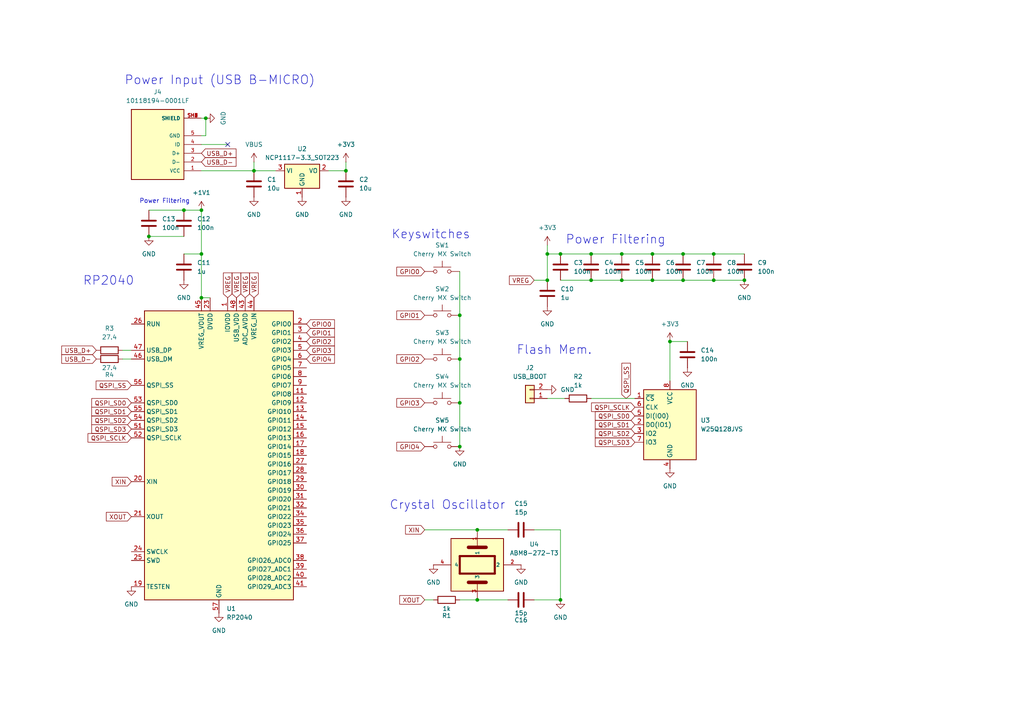
<source format=kicad_sch>
(kicad_sch
	(version 20231120)
	(generator "eeschema")
	(generator_version "8.0")
	(uuid "a32e4d11-132e-4027-b519-2987aad63a10")
	(paper "A4")
	(title_block
		(title "McNulty Pad")
		(date "2024-11-15")
		(rev "1")
	)
	(lib_symbols
		(symbol "10118194-0001LF:10118194-0001LF"
			(pin_names
				(offset 1.016)
			)
			(exclude_from_sim no)
			(in_bom yes)
			(on_board yes)
			(property "Reference" "J"
				(at -7.62 10.922 0)
				(effects
					(font
						(size 1.27 1.27)
					)
					(justify left bottom)
				)
			)
			(property "Value" "10118194-0001LF"
				(at -7.62 -12.7 0)
				(effects
					(font
						(size 1.27 1.27)
					)
					(justify left bottom)
				)
			)
			(property "Footprint" "10118194-0001LF:AMPHENOL_10118194-0001LF"
				(at 0 0 0)
				(effects
					(font
						(size 1.27 1.27)
					)
					(justify bottom)
					(hide yes)
				)
			)
			(property "Datasheet" ""
				(at 0 0 0)
				(effects
					(font
						(size 1.27 1.27)
					)
					(hide yes)
				)
			)
			(property "Description" ""
				(at 0 0 0)
				(effects
					(font
						(size 1.27 1.27)
					)
					(hide yes)
				)
			)
			(property "MF" "Amphenol ICC"
				(at 0 0 0)
				(effects
					(font
						(size 1.27 1.27)
					)
					(justify bottom)
					(hide yes)
				)
			)
			(property "MAXIMUM_PACKAGE_HEIGHT" "2.66mm"
				(at 0 0 0)
				(effects
					(font
						(size 1.27 1.27)
					)
					(justify bottom)
					(hide yes)
				)
			)
			(property "Package" "None"
				(at 0 0 0)
				(effects
					(font
						(size 1.27 1.27)
					)
					(justify bottom)
					(hide yes)
				)
			)
			(property "Price" "None"
				(at 0 0 0)
				(effects
					(font
						(size 1.27 1.27)
					)
					(justify bottom)
					(hide yes)
				)
			)
			(property "Check_prices" "https://www.snapeda.com/parts/10118194-0001LF/Amphenol+FCI/view-part/?ref=eda"
				(at 0 0 0)
				(effects
					(font
						(size 1.27 1.27)
					)
					(justify bottom)
					(hide yes)
				)
			)
			(property "STANDARD" "Manufacturer Recommendations"
				(at 0 0 0)
				(effects
					(font
						(size 1.27 1.27)
					)
					(justify bottom)
					(hide yes)
				)
			)
			(property "PARTREV" "D"
				(at 0 0 0)
				(effects
					(font
						(size 1.27 1.27)
					)
					(justify bottom)
					(hide yes)
				)
			)
			(property "SnapEDA_Link" "https://www.snapeda.com/parts/10118194-0001LF/Amphenol+FCI/view-part/?ref=snap"
				(at 0 0 0)
				(effects
					(font
						(size 1.27 1.27)
					)
					(justify bottom)
					(hide yes)
				)
			)
			(property "MP" "10118194-0001LF"
				(at 0 0 0)
				(effects
					(font
						(size 1.27 1.27)
					)
					(justify bottom)
					(hide yes)
				)
			)
			(property "Description_1" "\n                        \n                            Micro USB, Input Output Connectors, B TYPE RECEPTACLE with flange\n                        \n"
				(at 0 0 0)
				(effects
					(font
						(size 1.27 1.27)
					)
					(justify bottom)
					(hide yes)
				)
			)
			(property "Availability" "In Stock"
				(at 0 0 0)
				(effects
					(font
						(size 1.27 1.27)
					)
					(justify bottom)
					(hide yes)
				)
			)
			(property "MANUFACTURER" "Amphenol"
				(at 0 0 0)
				(effects
					(font
						(size 1.27 1.27)
					)
					(justify bottom)
					(hide yes)
				)
			)
			(symbol "10118194-0001LF_0_0"
				(rectangle
					(start -7.62 -10.16)
					(end 7.62 10.16)
					(stroke
						(width 0.254)
						(type default)
					)
					(fill
						(type background)
					)
				)
				(pin power_in line
					(at -12.7 7.62 0)
					(length 5.08)
					(name "VCC"
						(effects
							(font
								(size 1.016 1.016)
							)
						)
					)
					(number "1"
						(effects
							(font
								(size 1.016 1.016)
							)
						)
					)
				)
				(pin bidirectional line
					(at -12.7 5.08 0)
					(length 5.08)
					(name "D-"
						(effects
							(font
								(size 1.016 1.016)
							)
						)
					)
					(number "2"
						(effects
							(font
								(size 1.016 1.016)
							)
						)
					)
				)
				(pin bidirectional line
					(at -12.7 2.54 0)
					(length 5.08)
					(name "D+"
						(effects
							(font
								(size 1.016 1.016)
							)
						)
					)
					(number "3"
						(effects
							(font
								(size 1.016 1.016)
							)
						)
					)
				)
				(pin bidirectional line
					(at -12.7 0 0)
					(length 5.08)
					(name "ID"
						(effects
							(font
								(size 1.016 1.016)
							)
						)
					)
					(number "4"
						(effects
							(font
								(size 1.016 1.016)
							)
						)
					)
				)
				(pin power_in line
					(at -12.7 -2.54 0)
					(length 5.08)
					(name "GND"
						(effects
							(font
								(size 1.016 1.016)
							)
						)
					)
					(number "5"
						(effects
							(font
								(size 1.016 1.016)
							)
						)
					)
				)
				(pin passive line
					(at -12.7 -7.62 0)
					(length 5.08)
					(name "SHIELD"
						(effects
							(font
								(size 1.016 1.016)
							)
						)
					)
					(number "SH1"
						(effects
							(font
								(size 1.016 1.016)
							)
						)
					)
				)
				(pin passive line
					(at -12.7 -7.62 0)
					(length 5.08)
					(name "SHIELD"
						(effects
							(font
								(size 1.016 1.016)
							)
						)
					)
					(number "SH2"
						(effects
							(font
								(size 1.016 1.016)
							)
						)
					)
				)
				(pin passive line
					(at -12.7 -7.62 0)
					(length 5.08)
					(name "SHIELD"
						(effects
							(font
								(size 1.016 1.016)
							)
						)
					)
					(number "SH3"
						(effects
							(font
								(size 1.016 1.016)
							)
						)
					)
				)
				(pin passive line
					(at -12.7 -7.62 0)
					(length 5.08)
					(name "SHIELD"
						(effects
							(font
								(size 1.016 1.016)
							)
						)
					)
					(number "SH4"
						(effects
							(font
								(size 1.016 1.016)
							)
						)
					)
				)
				(pin passive line
					(at -12.7 -7.62 0)
					(length 5.08)
					(name "SHIELD"
						(effects
							(font
								(size 1.016 1.016)
							)
						)
					)
					(number "SH5"
						(effects
							(font
								(size 1.016 1.016)
							)
						)
					)
				)
				(pin passive line
					(at -12.7 -7.62 0)
					(length 5.08)
					(name "SHIELD"
						(effects
							(font
								(size 1.016 1.016)
							)
						)
					)
					(number "SH6"
						(effects
							(font
								(size 1.016 1.016)
							)
						)
					)
				)
			)
		)
		(symbol "ABM8-272-T3:ABM8-272-T3"
			(pin_names
				(offset 1.016)
			)
			(exclude_from_sim no)
			(in_bom yes)
			(on_board yes)
			(property "Reference" "U"
				(at 0 0 0)
				(effects
					(font
						(size 1.27 1.27)
					)
					(justify bottom)
				)
			)
			(property "Value" "ABM8-272-T3"
				(at 0 0 0)
				(effects
					(font
						(size 1.27 1.27)
					)
					(justify bottom)
				)
			)
			(property "Footprint" "ABM8-272-T3:ABM8-272-T3"
				(at 0 0 0)
				(effects
					(font
						(size 1.27 1.27)
					)
					(justify bottom)
					(hide yes)
				)
			)
			(property "Datasheet" ""
				(at 0 0 0)
				(effects
					(font
						(size 1.27 1.27)
					)
					(hide yes)
				)
			)
			(property "Description" ""
				(at 0 0 0)
				(effects
					(font
						(size 1.27 1.27)
					)
					(hide yes)
				)
			)
			(property "MF" "ABRACON"
				(at 0 0 0)
				(effects
					(font
						(size 1.27 1.27)
					)
					(justify bottom)
					(hide yes)
				)
			)
			(property "Description_1" "\n                        \n                            12 MHz ±30ppm Crystal 10pF 50 Ohms 4-SMD, No Lead\n                        \n"
				(at 0 0 0)
				(effects
					(font
						(size 1.27 1.27)
					)
					(justify bottom)
					(hide yes)
				)
			)
			(property "Package" "None"
				(at 0 0 0)
				(effects
					(font
						(size 1.27 1.27)
					)
					(justify bottom)
					(hide yes)
				)
			)
			(property "Price" "None"
				(at 0 0 0)
				(effects
					(font
						(size 1.27 1.27)
					)
					(justify bottom)
					(hide yes)
				)
			)
			(property "SnapEDA_Link" "https://www.snapeda.com/parts/ABM8-272-T3/Abracon/view-part/?ref=snap"
				(at 0 0 0)
				(effects
					(font
						(size 1.27 1.27)
					)
					(justify bottom)
					(hide yes)
				)
			)
			(property "MP" "ABM8-272-T3"
				(at 0 0 0)
				(effects
					(font
						(size 1.27 1.27)
					)
					(justify bottom)
					(hide yes)
				)
			)
			(property "Availability" "In Stock"
				(at 0 0 0)
				(effects
					(font
						(size 1.27 1.27)
					)
					(justify bottom)
					(hide yes)
				)
			)
			(property "Check_prices" "https://www.snapeda.com/parts/ABM8-272-T3/Abracon/view-part/?ref=eda"
				(at 0 0 0)
				(effects
					(font
						(size 1.27 1.27)
					)
					(justify bottom)
					(hide yes)
				)
			)
			(symbol "ABM8-272-T3_0_0"
				(rectangle
					(start -7.62 -7.62)
					(end 7.62 7.62)
					(stroke
						(width 0.254)
						(type default)
					)
					(fill
						(type background)
					)
				)
				(polyline
					(pts
						(xy -5.08 -2.54) (xy 5.08 -2.54)
					)
					(stroke
						(width 0.6096)
						(type default)
					)
					(fill
						(type none)
					)
				)
				(polyline
					(pts
						(xy -5.08 2.54) (xy -5.08 -2.54)
					)
					(stroke
						(width 0.6096)
						(type default)
					)
					(fill
						(type none)
					)
				)
				(polyline
					(pts
						(xy -2.54 -5.08) (xy 2.54 -5.08)
					)
					(stroke
						(width 1.016)
						(type default)
					)
					(fill
						(type none)
					)
				)
				(polyline
					(pts
						(xy -2.54 5.08) (xy 2.54 5.08)
					)
					(stroke
						(width 1.016)
						(type default)
					)
					(fill
						(type none)
					)
				)
				(polyline
					(pts
						(xy 5.08 -2.54) (xy 5.08 2.54)
					)
					(stroke
						(width 0.6096)
						(type default)
					)
					(fill
						(type none)
					)
				)
				(polyline
					(pts
						(xy 5.08 2.54) (xy -5.08 2.54)
					)
					(stroke
						(width 0.6096)
						(type default)
					)
					(fill
						(type none)
					)
				)
				(pin bidirectional line
					(at 0 10.16 270)
					(length 5.08)
					(name "1"
						(effects
							(font
								(size 1.016 1.016)
							)
						)
					)
					(number "1"
						(effects
							(font
								(size 1.016 1.016)
							)
						)
					)
				)
				(pin bidirectional line
					(at 12.7 0 180)
					(length 5.08)
					(name "2"
						(effects
							(font
								(size 1.016 1.016)
							)
						)
					)
					(number "2"
						(effects
							(font
								(size 1.016 1.016)
							)
						)
					)
				)
				(pin bidirectional line
					(at 0 -10.16 90)
					(length 5.08)
					(name "3"
						(effects
							(font
								(size 1.016 1.016)
							)
						)
					)
					(number "3"
						(effects
							(font
								(size 1.016 1.016)
							)
						)
					)
				)
				(pin bidirectional line
					(at -12.7 0 0)
					(length 5.08)
					(name "4"
						(effects
							(font
								(size 1.016 1.016)
							)
						)
					)
					(number "4"
						(effects
							(font
								(size 1.016 1.016)
							)
						)
					)
				)
			)
		)
		(symbol "Connector_Generic:Conn_01x02"
			(pin_names
				(offset 1.016) hide)
			(exclude_from_sim no)
			(in_bom yes)
			(on_board yes)
			(property "Reference" "J"
				(at 0 2.54 0)
				(effects
					(font
						(size 1.27 1.27)
					)
				)
			)
			(property "Value" "Conn_01x02"
				(at 0 -5.08 0)
				(effects
					(font
						(size 1.27 1.27)
					)
				)
			)
			(property "Footprint" ""
				(at 0 0 0)
				(effects
					(font
						(size 1.27 1.27)
					)
					(hide yes)
				)
			)
			(property "Datasheet" "~"
				(at 0 0 0)
				(effects
					(font
						(size 1.27 1.27)
					)
					(hide yes)
				)
			)
			(property "Description" "Generic connector, single row, 01x02, script generated (kicad-library-utils/schlib/autogen/connector/)"
				(at 0 0 0)
				(effects
					(font
						(size 1.27 1.27)
					)
					(hide yes)
				)
			)
			(property "ki_keywords" "connector"
				(at 0 0 0)
				(effects
					(font
						(size 1.27 1.27)
					)
					(hide yes)
				)
			)
			(property "ki_fp_filters" "Connector*:*_1x??_*"
				(at 0 0 0)
				(effects
					(font
						(size 1.27 1.27)
					)
					(hide yes)
				)
			)
			(symbol "Conn_01x02_1_1"
				(rectangle
					(start -1.27 -2.413)
					(end 0 -2.667)
					(stroke
						(width 0.1524)
						(type default)
					)
					(fill
						(type none)
					)
				)
				(rectangle
					(start -1.27 0.127)
					(end 0 -0.127)
					(stroke
						(width 0.1524)
						(type default)
					)
					(fill
						(type none)
					)
				)
				(rectangle
					(start -1.27 1.27)
					(end 1.27 -3.81)
					(stroke
						(width 0.254)
						(type default)
					)
					(fill
						(type background)
					)
				)
				(pin passive line
					(at -5.08 0 0)
					(length 3.81)
					(name "Pin_1"
						(effects
							(font
								(size 1.27 1.27)
							)
						)
					)
					(number "1"
						(effects
							(font
								(size 1.27 1.27)
							)
						)
					)
				)
				(pin passive line
					(at -5.08 -2.54 0)
					(length 3.81)
					(name "Pin_2"
						(effects
							(font
								(size 1.27 1.27)
							)
						)
					)
					(number "2"
						(effects
							(font
								(size 1.27 1.27)
							)
						)
					)
				)
			)
		)
		(symbol "Device:C"
			(pin_numbers hide)
			(pin_names
				(offset 0.254)
			)
			(exclude_from_sim no)
			(in_bom yes)
			(on_board yes)
			(property "Reference" "C"
				(at 0.635 2.54 0)
				(effects
					(font
						(size 1.27 1.27)
					)
					(justify left)
				)
			)
			(property "Value" "C"
				(at 0.635 -2.54 0)
				(effects
					(font
						(size 1.27 1.27)
					)
					(justify left)
				)
			)
			(property "Footprint" ""
				(at 0.9652 -3.81 0)
				(effects
					(font
						(size 1.27 1.27)
					)
					(hide yes)
				)
			)
			(property "Datasheet" "~"
				(at 0 0 0)
				(effects
					(font
						(size 1.27 1.27)
					)
					(hide yes)
				)
			)
			(property "Description" "Unpolarized capacitor"
				(at 0 0 0)
				(effects
					(font
						(size 1.27 1.27)
					)
					(hide yes)
				)
			)
			(property "ki_keywords" "cap capacitor"
				(at 0 0 0)
				(effects
					(font
						(size 1.27 1.27)
					)
					(hide yes)
				)
			)
			(property "ki_fp_filters" "C_*"
				(at 0 0 0)
				(effects
					(font
						(size 1.27 1.27)
					)
					(hide yes)
				)
			)
			(symbol "C_0_1"
				(polyline
					(pts
						(xy -2.032 -0.762) (xy 2.032 -0.762)
					)
					(stroke
						(width 0.508)
						(type default)
					)
					(fill
						(type none)
					)
				)
				(polyline
					(pts
						(xy -2.032 0.762) (xy 2.032 0.762)
					)
					(stroke
						(width 0.508)
						(type default)
					)
					(fill
						(type none)
					)
				)
			)
			(symbol "C_1_1"
				(pin passive line
					(at 0 3.81 270)
					(length 2.794)
					(name "~"
						(effects
							(font
								(size 1.27 1.27)
							)
						)
					)
					(number "1"
						(effects
							(font
								(size 1.27 1.27)
							)
						)
					)
				)
				(pin passive line
					(at 0 -3.81 90)
					(length 2.794)
					(name "~"
						(effects
							(font
								(size 1.27 1.27)
							)
						)
					)
					(number "2"
						(effects
							(font
								(size 1.27 1.27)
							)
						)
					)
				)
			)
		)
		(symbol "Device:R"
			(pin_numbers hide)
			(pin_names
				(offset 0)
			)
			(exclude_from_sim no)
			(in_bom yes)
			(on_board yes)
			(property "Reference" "R"
				(at 2.032 0 90)
				(effects
					(font
						(size 1.27 1.27)
					)
				)
			)
			(property "Value" "R"
				(at 0 0 90)
				(effects
					(font
						(size 1.27 1.27)
					)
				)
			)
			(property "Footprint" ""
				(at -1.778 0 90)
				(effects
					(font
						(size 1.27 1.27)
					)
					(hide yes)
				)
			)
			(property "Datasheet" "~"
				(at 0 0 0)
				(effects
					(font
						(size 1.27 1.27)
					)
					(hide yes)
				)
			)
			(property "Description" "Resistor"
				(at 0 0 0)
				(effects
					(font
						(size 1.27 1.27)
					)
					(hide yes)
				)
			)
			(property "ki_keywords" "R res resistor"
				(at 0 0 0)
				(effects
					(font
						(size 1.27 1.27)
					)
					(hide yes)
				)
			)
			(property "ki_fp_filters" "R_*"
				(at 0 0 0)
				(effects
					(font
						(size 1.27 1.27)
					)
					(hide yes)
				)
			)
			(symbol "R_0_1"
				(rectangle
					(start -1.016 -2.54)
					(end 1.016 2.54)
					(stroke
						(width 0.254)
						(type default)
					)
					(fill
						(type none)
					)
				)
			)
			(symbol "R_1_1"
				(pin passive line
					(at 0 3.81 270)
					(length 1.27)
					(name "~"
						(effects
							(font
								(size 1.27 1.27)
							)
						)
					)
					(number "1"
						(effects
							(font
								(size 1.27 1.27)
							)
						)
					)
				)
				(pin passive line
					(at 0 -3.81 90)
					(length 1.27)
					(name "~"
						(effects
							(font
								(size 1.27 1.27)
							)
						)
					)
					(number "2"
						(effects
							(font
								(size 1.27 1.27)
							)
						)
					)
				)
			)
		)
		(symbol "MCU_RaspberryPi:RP2040"
			(exclude_from_sim no)
			(in_bom yes)
			(on_board yes)
			(property "Reference" "U"
				(at 17.78 45.72 0)
				(effects
					(font
						(size 1.27 1.27)
					)
				)
			)
			(property "Value" "RP2040"
				(at 17.78 43.18 0)
				(effects
					(font
						(size 1.27 1.27)
					)
				)
			)
			(property "Footprint" "Package_DFN_QFN:QFN-56-1EP_7x7mm_P0.4mm_EP3.2x3.2mm"
				(at 0 0 0)
				(effects
					(font
						(size 1.27 1.27)
					)
					(hide yes)
				)
			)
			(property "Datasheet" "https://datasheets.raspberrypi.com/rp2040/rp2040-datasheet.pdf"
				(at 0 0 0)
				(effects
					(font
						(size 1.27 1.27)
					)
					(hide yes)
				)
			)
			(property "Description" "A microcontroller by Raspberry Pi"
				(at 0 0 0)
				(effects
					(font
						(size 1.27 1.27)
					)
					(hide yes)
				)
			)
			(property "ki_keywords" "RP2040 ARM Cortex-M0+ USB"
				(at 0 0 0)
				(effects
					(font
						(size 1.27 1.27)
					)
					(hide yes)
				)
			)
			(property "ki_fp_filters" "QFN*1EP*7x7mm?P0.4mm*"
				(at 0 0 0)
				(effects
					(font
						(size 1.27 1.27)
					)
					(hide yes)
				)
			)
			(symbol "RP2040_0_1"
				(rectangle
					(start -21.59 41.91)
					(end 21.59 -41.91)
					(stroke
						(width 0.254)
						(type default)
					)
					(fill
						(type background)
					)
				)
			)
			(symbol "RP2040_1_1"
				(pin power_in line
					(at 2.54 45.72 270)
					(length 3.81)
					(name "IOVDD"
						(effects
							(font
								(size 1.27 1.27)
							)
						)
					)
					(number "1"
						(effects
							(font
								(size 1.27 1.27)
							)
						)
					)
				)
				(pin passive line
					(at 2.54 45.72 270)
					(length 3.81) hide
					(name "IOVDD"
						(effects
							(font
								(size 1.27 1.27)
							)
						)
					)
					(number "10"
						(effects
							(font
								(size 1.27 1.27)
							)
						)
					)
				)
				(pin bidirectional line
					(at 25.4 17.78 180)
					(length 3.81)
					(name "GPIO8"
						(effects
							(font
								(size 1.27 1.27)
							)
						)
					)
					(number "11"
						(effects
							(font
								(size 1.27 1.27)
							)
						)
					)
				)
				(pin bidirectional line
					(at 25.4 15.24 180)
					(length 3.81)
					(name "GPIO9"
						(effects
							(font
								(size 1.27 1.27)
							)
						)
					)
					(number "12"
						(effects
							(font
								(size 1.27 1.27)
							)
						)
					)
				)
				(pin bidirectional line
					(at 25.4 12.7 180)
					(length 3.81)
					(name "GPIO10"
						(effects
							(font
								(size 1.27 1.27)
							)
						)
					)
					(number "13"
						(effects
							(font
								(size 1.27 1.27)
							)
						)
					)
				)
				(pin bidirectional line
					(at 25.4 10.16 180)
					(length 3.81)
					(name "GPIO11"
						(effects
							(font
								(size 1.27 1.27)
							)
						)
					)
					(number "14"
						(effects
							(font
								(size 1.27 1.27)
							)
						)
					)
				)
				(pin bidirectional line
					(at 25.4 7.62 180)
					(length 3.81)
					(name "GPIO12"
						(effects
							(font
								(size 1.27 1.27)
							)
						)
					)
					(number "15"
						(effects
							(font
								(size 1.27 1.27)
							)
						)
					)
				)
				(pin bidirectional line
					(at 25.4 5.08 180)
					(length 3.81)
					(name "GPIO13"
						(effects
							(font
								(size 1.27 1.27)
							)
						)
					)
					(number "16"
						(effects
							(font
								(size 1.27 1.27)
							)
						)
					)
				)
				(pin bidirectional line
					(at 25.4 2.54 180)
					(length 3.81)
					(name "GPIO14"
						(effects
							(font
								(size 1.27 1.27)
							)
						)
					)
					(number "17"
						(effects
							(font
								(size 1.27 1.27)
							)
						)
					)
				)
				(pin bidirectional line
					(at 25.4 0 180)
					(length 3.81)
					(name "GPIO15"
						(effects
							(font
								(size 1.27 1.27)
							)
						)
					)
					(number "18"
						(effects
							(font
								(size 1.27 1.27)
							)
						)
					)
				)
				(pin input line
					(at -25.4 -38.1 0)
					(length 3.81)
					(name "TESTEN"
						(effects
							(font
								(size 1.27 1.27)
							)
						)
					)
					(number "19"
						(effects
							(font
								(size 1.27 1.27)
							)
						)
					)
				)
				(pin bidirectional line
					(at 25.4 38.1 180)
					(length 3.81)
					(name "GPIO0"
						(effects
							(font
								(size 1.27 1.27)
							)
						)
					)
					(number "2"
						(effects
							(font
								(size 1.27 1.27)
							)
						)
					)
				)
				(pin input line
					(at -25.4 -7.62 0)
					(length 3.81)
					(name "XIN"
						(effects
							(font
								(size 1.27 1.27)
							)
						)
					)
					(number "20"
						(effects
							(font
								(size 1.27 1.27)
							)
						)
					)
				)
				(pin passive line
					(at -25.4 -17.78 0)
					(length 3.81)
					(name "XOUT"
						(effects
							(font
								(size 1.27 1.27)
							)
						)
					)
					(number "21"
						(effects
							(font
								(size 1.27 1.27)
							)
						)
					)
				)
				(pin passive line
					(at 2.54 45.72 270)
					(length 3.81) hide
					(name "IOVDD"
						(effects
							(font
								(size 1.27 1.27)
							)
						)
					)
					(number "22"
						(effects
							(font
								(size 1.27 1.27)
							)
						)
					)
				)
				(pin power_in line
					(at -2.54 45.72 270)
					(length 3.81)
					(name "DVDD"
						(effects
							(font
								(size 1.27 1.27)
							)
						)
					)
					(number "23"
						(effects
							(font
								(size 1.27 1.27)
							)
						)
					)
				)
				(pin input line
					(at -25.4 -27.94 0)
					(length 3.81)
					(name "SWCLK"
						(effects
							(font
								(size 1.27 1.27)
							)
						)
					)
					(number "24"
						(effects
							(font
								(size 1.27 1.27)
							)
						)
					)
				)
				(pin bidirectional line
					(at -25.4 -30.48 0)
					(length 3.81)
					(name "SWD"
						(effects
							(font
								(size 1.27 1.27)
							)
						)
					)
					(number "25"
						(effects
							(font
								(size 1.27 1.27)
							)
						)
					)
				)
				(pin input line
					(at -25.4 38.1 0)
					(length 3.81)
					(name "RUN"
						(effects
							(font
								(size 1.27 1.27)
							)
						)
					)
					(number "26"
						(effects
							(font
								(size 1.27 1.27)
							)
						)
					)
				)
				(pin bidirectional line
					(at 25.4 -2.54 180)
					(length 3.81)
					(name "GPIO16"
						(effects
							(font
								(size 1.27 1.27)
							)
						)
					)
					(number "27"
						(effects
							(font
								(size 1.27 1.27)
							)
						)
					)
				)
				(pin bidirectional line
					(at 25.4 -5.08 180)
					(length 3.81)
					(name "GPIO17"
						(effects
							(font
								(size 1.27 1.27)
							)
						)
					)
					(number "28"
						(effects
							(font
								(size 1.27 1.27)
							)
						)
					)
				)
				(pin bidirectional line
					(at 25.4 -7.62 180)
					(length 3.81)
					(name "GPIO18"
						(effects
							(font
								(size 1.27 1.27)
							)
						)
					)
					(number "29"
						(effects
							(font
								(size 1.27 1.27)
							)
						)
					)
				)
				(pin bidirectional line
					(at 25.4 35.56 180)
					(length 3.81)
					(name "GPIO1"
						(effects
							(font
								(size 1.27 1.27)
							)
						)
					)
					(number "3"
						(effects
							(font
								(size 1.27 1.27)
							)
						)
					)
				)
				(pin bidirectional line
					(at 25.4 -10.16 180)
					(length 3.81)
					(name "GPIO19"
						(effects
							(font
								(size 1.27 1.27)
							)
						)
					)
					(number "30"
						(effects
							(font
								(size 1.27 1.27)
							)
						)
					)
				)
				(pin bidirectional line
					(at 25.4 -12.7 180)
					(length 3.81)
					(name "GPIO20"
						(effects
							(font
								(size 1.27 1.27)
							)
						)
					)
					(number "31"
						(effects
							(font
								(size 1.27 1.27)
							)
						)
					)
				)
				(pin bidirectional line
					(at 25.4 -15.24 180)
					(length 3.81)
					(name "GPIO21"
						(effects
							(font
								(size 1.27 1.27)
							)
						)
					)
					(number "32"
						(effects
							(font
								(size 1.27 1.27)
							)
						)
					)
				)
				(pin passive line
					(at 2.54 45.72 270)
					(length 3.81) hide
					(name "IOVDD"
						(effects
							(font
								(size 1.27 1.27)
							)
						)
					)
					(number "33"
						(effects
							(font
								(size 1.27 1.27)
							)
						)
					)
				)
				(pin bidirectional line
					(at 25.4 -17.78 180)
					(length 3.81)
					(name "GPIO22"
						(effects
							(font
								(size 1.27 1.27)
							)
						)
					)
					(number "34"
						(effects
							(font
								(size 1.27 1.27)
							)
						)
					)
				)
				(pin bidirectional line
					(at 25.4 -20.32 180)
					(length 3.81)
					(name "GPIO23"
						(effects
							(font
								(size 1.27 1.27)
							)
						)
					)
					(number "35"
						(effects
							(font
								(size 1.27 1.27)
							)
						)
					)
				)
				(pin bidirectional line
					(at 25.4 -22.86 180)
					(length 3.81)
					(name "GPIO24"
						(effects
							(font
								(size 1.27 1.27)
							)
						)
					)
					(number "36"
						(effects
							(font
								(size 1.27 1.27)
							)
						)
					)
				)
				(pin bidirectional line
					(at 25.4 -25.4 180)
					(length 3.81)
					(name "GPIO25"
						(effects
							(font
								(size 1.27 1.27)
							)
						)
					)
					(number "37"
						(effects
							(font
								(size 1.27 1.27)
							)
						)
					)
				)
				(pin bidirectional line
					(at 25.4 -30.48 180)
					(length 3.81)
					(name "GPIO26_ADC0"
						(effects
							(font
								(size 1.27 1.27)
							)
						)
					)
					(number "38"
						(effects
							(font
								(size 1.27 1.27)
							)
						)
					)
				)
				(pin bidirectional line
					(at 25.4 -33.02 180)
					(length 3.81)
					(name "GPIO27_ADC1"
						(effects
							(font
								(size 1.27 1.27)
							)
						)
					)
					(number "39"
						(effects
							(font
								(size 1.27 1.27)
							)
						)
					)
				)
				(pin bidirectional line
					(at 25.4 33.02 180)
					(length 3.81)
					(name "GPIO2"
						(effects
							(font
								(size 1.27 1.27)
							)
						)
					)
					(number "4"
						(effects
							(font
								(size 1.27 1.27)
							)
						)
					)
				)
				(pin bidirectional line
					(at 25.4 -35.56 180)
					(length 3.81)
					(name "GPIO28_ADC2"
						(effects
							(font
								(size 1.27 1.27)
							)
						)
					)
					(number "40"
						(effects
							(font
								(size 1.27 1.27)
							)
						)
					)
				)
				(pin bidirectional line
					(at 25.4 -38.1 180)
					(length 3.81)
					(name "GPIO29_ADC3"
						(effects
							(font
								(size 1.27 1.27)
							)
						)
					)
					(number "41"
						(effects
							(font
								(size 1.27 1.27)
							)
						)
					)
				)
				(pin passive line
					(at 2.54 45.72 270)
					(length 3.81) hide
					(name "IOVDD"
						(effects
							(font
								(size 1.27 1.27)
							)
						)
					)
					(number "42"
						(effects
							(font
								(size 1.27 1.27)
							)
						)
					)
				)
				(pin power_in line
					(at 7.62 45.72 270)
					(length 3.81)
					(name "ADC_AVDD"
						(effects
							(font
								(size 1.27 1.27)
							)
						)
					)
					(number "43"
						(effects
							(font
								(size 1.27 1.27)
							)
						)
					)
				)
				(pin power_in line
					(at 10.16 45.72 270)
					(length 3.81)
					(name "VREG_IN"
						(effects
							(font
								(size 1.27 1.27)
							)
						)
					)
					(number "44"
						(effects
							(font
								(size 1.27 1.27)
							)
						)
					)
				)
				(pin power_out line
					(at -5.08 45.72 270)
					(length 3.81)
					(name "VREG_VOUT"
						(effects
							(font
								(size 1.27 1.27)
							)
						)
					)
					(number "45"
						(effects
							(font
								(size 1.27 1.27)
							)
						)
					)
				)
				(pin bidirectional line
					(at -25.4 27.94 0)
					(length 3.81)
					(name "USB_DM"
						(effects
							(font
								(size 1.27 1.27)
							)
						)
					)
					(number "46"
						(effects
							(font
								(size 1.27 1.27)
							)
						)
					)
				)
				(pin bidirectional line
					(at -25.4 30.48 0)
					(length 3.81)
					(name "USB_DP"
						(effects
							(font
								(size 1.27 1.27)
							)
						)
					)
					(number "47"
						(effects
							(font
								(size 1.27 1.27)
							)
						)
					)
				)
				(pin power_in line
					(at 5.08 45.72 270)
					(length 3.81)
					(name "USB_VDD"
						(effects
							(font
								(size 1.27 1.27)
							)
						)
					)
					(number "48"
						(effects
							(font
								(size 1.27 1.27)
							)
						)
					)
				)
				(pin passive line
					(at 2.54 45.72 270)
					(length 3.81) hide
					(name "IOVDD"
						(effects
							(font
								(size 1.27 1.27)
							)
						)
					)
					(number "49"
						(effects
							(font
								(size 1.27 1.27)
							)
						)
					)
				)
				(pin bidirectional line
					(at 25.4 30.48 180)
					(length 3.81)
					(name "GPIO3"
						(effects
							(font
								(size 1.27 1.27)
							)
						)
					)
					(number "5"
						(effects
							(font
								(size 1.27 1.27)
							)
						)
					)
				)
				(pin passive line
					(at -2.54 45.72 270)
					(length 3.81) hide
					(name "DVDD"
						(effects
							(font
								(size 1.27 1.27)
							)
						)
					)
					(number "50"
						(effects
							(font
								(size 1.27 1.27)
							)
						)
					)
				)
				(pin bidirectional line
					(at -25.4 7.62 0)
					(length 3.81)
					(name "QSPI_SD3"
						(effects
							(font
								(size 1.27 1.27)
							)
						)
					)
					(number "51"
						(effects
							(font
								(size 1.27 1.27)
							)
						)
					)
				)
				(pin output line
					(at -25.4 5.08 0)
					(length 3.81)
					(name "QSPI_SCLK"
						(effects
							(font
								(size 1.27 1.27)
							)
						)
					)
					(number "52"
						(effects
							(font
								(size 1.27 1.27)
							)
						)
					)
				)
				(pin bidirectional line
					(at -25.4 15.24 0)
					(length 3.81)
					(name "QSPI_SD0"
						(effects
							(font
								(size 1.27 1.27)
							)
						)
					)
					(number "53"
						(effects
							(font
								(size 1.27 1.27)
							)
						)
					)
				)
				(pin bidirectional line
					(at -25.4 10.16 0)
					(length 3.81)
					(name "QSPI_SD2"
						(effects
							(font
								(size 1.27 1.27)
							)
						)
					)
					(number "54"
						(effects
							(font
								(size 1.27 1.27)
							)
						)
					)
				)
				(pin bidirectional line
					(at -25.4 12.7 0)
					(length 3.81)
					(name "QSPI_SD1"
						(effects
							(font
								(size 1.27 1.27)
							)
						)
					)
					(number "55"
						(effects
							(font
								(size 1.27 1.27)
							)
						)
					)
				)
				(pin bidirectional line
					(at -25.4 20.32 0)
					(length 3.81)
					(name "QSPI_SS"
						(effects
							(font
								(size 1.27 1.27)
							)
						)
					)
					(number "56"
						(effects
							(font
								(size 1.27 1.27)
							)
						)
					)
				)
				(pin power_in line
					(at 0 -45.72 90)
					(length 3.81)
					(name "GND"
						(effects
							(font
								(size 1.27 1.27)
							)
						)
					)
					(number "57"
						(effects
							(font
								(size 1.27 1.27)
							)
						)
					)
				)
				(pin bidirectional line
					(at 25.4 27.94 180)
					(length 3.81)
					(name "GPIO4"
						(effects
							(font
								(size 1.27 1.27)
							)
						)
					)
					(number "6"
						(effects
							(font
								(size 1.27 1.27)
							)
						)
					)
				)
				(pin bidirectional line
					(at 25.4 25.4 180)
					(length 3.81)
					(name "GPIO5"
						(effects
							(font
								(size 1.27 1.27)
							)
						)
					)
					(number "7"
						(effects
							(font
								(size 1.27 1.27)
							)
						)
					)
				)
				(pin bidirectional line
					(at 25.4 22.86 180)
					(length 3.81)
					(name "GPIO6"
						(effects
							(font
								(size 1.27 1.27)
							)
						)
					)
					(number "8"
						(effects
							(font
								(size 1.27 1.27)
							)
						)
					)
				)
				(pin bidirectional line
					(at 25.4 20.32 180)
					(length 3.81)
					(name "GPIO7"
						(effects
							(font
								(size 1.27 1.27)
							)
						)
					)
					(number "9"
						(effects
							(font
								(size 1.27 1.27)
							)
						)
					)
				)
			)
		)
		(symbol "Memory_Flash:W25Q128JVS"
			(exclude_from_sim no)
			(in_bom yes)
			(on_board yes)
			(property "Reference" "U"
				(at -8.89 8.89 0)
				(effects
					(font
						(size 1.27 1.27)
					)
				)
			)
			(property "Value" "W25Q128JVS"
				(at 7.62 8.89 0)
				(effects
					(font
						(size 1.27 1.27)
					)
				)
			)
			(property "Footprint" "Package_SO:SOIC-8_5.23x5.23mm_P1.27mm"
				(at 0 0 0)
				(effects
					(font
						(size 1.27 1.27)
					)
					(hide yes)
				)
			)
			(property "Datasheet" "http://www.winbond.com/resource-files/w25q128jv_dtr%20revc%2003272018%20plus.pdf"
				(at 0 0 0)
				(effects
					(font
						(size 1.27 1.27)
					)
					(hide yes)
				)
			)
			(property "Description" "128Mb Serial Flash Memory, Standard/Dual/Quad SPI, SOIC-8"
				(at 0 0 0)
				(effects
					(font
						(size 1.27 1.27)
					)
					(hide yes)
				)
			)
			(property "ki_keywords" "flash memory SPI QPI DTR"
				(at 0 0 0)
				(effects
					(font
						(size 1.27 1.27)
					)
					(hide yes)
				)
			)
			(property "ki_fp_filters" "SOIC*5.23x5.23mm*P1.27mm*"
				(at 0 0 0)
				(effects
					(font
						(size 1.27 1.27)
					)
					(hide yes)
				)
			)
			(symbol "W25Q128JVS_0_1"
				(rectangle
					(start -7.62 10.16)
					(end 7.62 -10.16)
					(stroke
						(width 0.254)
						(type default)
					)
					(fill
						(type background)
					)
				)
			)
			(symbol "W25Q128JVS_1_1"
				(pin input line
					(at -10.16 7.62 0)
					(length 2.54)
					(name "~{CS}"
						(effects
							(font
								(size 1.27 1.27)
							)
						)
					)
					(number "1"
						(effects
							(font
								(size 1.27 1.27)
							)
						)
					)
				)
				(pin bidirectional line
					(at -10.16 0 0)
					(length 2.54)
					(name "DO(IO1)"
						(effects
							(font
								(size 1.27 1.27)
							)
						)
					)
					(number "2"
						(effects
							(font
								(size 1.27 1.27)
							)
						)
					)
				)
				(pin bidirectional line
					(at -10.16 -2.54 0)
					(length 2.54)
					(name "IO2"
						(effects
							(font
								(size 1.27 1.27)
							)
						)
					)
					(number "3"
						(effects
							(font
								(size 1.27 1.27)
							)
						)
					)
				)
				(pin power_in line
					(at 0 -12.7 90)
					(length 2.54)
					(name "GND"
						(effects
							(font
								(size 1.27 1.27)
							)
						)
					)
					(number "4"
						(effects
							(font
								(size 1.27 1.27)
							)
						)
					)
				)
				(pin bidirectional line
					(at -10.16 2.54 0)
					(length 2.54)
					(name "DI(IO0)"
						(effects
							(font
								(size 1.27 1.27)
							)
						)
					)
					(number "5"
						(effects
							(font
								(size 1.27 1.27)
							)
						)
					)
				)
				(pin input line
					(at -10.16 5.08 0)
					(length 2.54)
					(name "CLK"
						(effects
							(font
								(size 1.27 1.27)
							)
						)
					)
					(number "6"
						(effects
							(font
								(size 1.27 1.27)
							)
						)
					)
				)
				(pin bidirectional line
					(at -10.16 -5.08 0)
					(length 2.54)
					(name "IO3"
						(effects
							(font
								(size 1.27 1.27)
							)
						)
					)
					(number "7"
						(effects
							(font
								(size 1.27 1.27)
							)
						)
					)
				)
				(pin power_in line
					(at 0 12.7 270)
					(length 2.54)
					(name "VCC"
						(effects
							(font
								(size 1.27 1.27)
							)
						)
					)
					(number "8"
						(effects
							(font
								(size 1.27 1.27)
							)
						)
					)
				)
			)
		)
		(symbol "Regulator_Linear:NCP1117-3.3_SOT223"
			(exclude_from_sim no)
			(in_bom yes)
			(on_board yes)
			(property "Reference" "U"
				(at -3.81 3.175 0)
				(effects
					(font
						(size 1.27 1.27)
					)
				)
			)
			(property "Value" "NCP1117-3.3_SOT223"
				(at 0 3.175 0)
				(effects
					(font
						(size 1.27 1.27)
					)
					(justify left)
				)
			)
			(property "Footprint" "Package_TO_SOT_SMD:SOT-223-3_TabPin2"
				(at 0 5.08 0)
				(effects
					(font
						(size 1.27 1.27)
					)
					(hide yes)
				)
			)
			(property "Datasheet" "http://www.onsemi.com/pub_link/Collateral/NCP1117-D.PDF"
				(at 2.54 -6.35 0)
				(effects
					(font
						(size 1.27 1.27)
					)
					(hide yes)
				)
			)
			(property "Description" "1A Low drop-out regulator, Fixed Output 3.3V, SOT-223"
				(at 0 0 0)
				(effects
					(font
						(size 1.27 1.27)
					)
					(hide yes)
				)
			)
			(property "ki_keywords" "REGULATOR LDO 3.3V"
				(at 0 0 0)
				(effects
					(font
						(size 1.27 1.27)
					)
					(hide yes)
				)
			)
			(property "ki_fp_filters" "SOT?223*TabPin2*"
				(at 0 0 0)
				(effects
					(font
						(size 1.27 1.27)
					)
					(hide yes)
				)
			)
			(symbol "NCP1117-3.3_SOT223_0_1"
				(rectangle
					(start -5.08 -5.08)
					(end 5.08 1.905)
					(stroke
						(width 0.254)
						(type default)
					)
					(fill
						(type background)
					)
				)
			)
			(symbol "NCP1117-3.3_SOT223_1_1"
				(pin power_in line
					(at 0 -7.62 90)
					(length 2.54)
					(name "GND"
						(effects
							(font
								(size 1.27 1.27)
							)
						)
					)
					(number "1"
						(effects
							(font
								(size 1.27 1.27)
							)
						)
					)
				)
				(pin power_out line
					(at 7.62 0 180)
					(length 2.54)
					(name "VO"
						(effects
							(font
								(size 1.27 1.27)
							)
						)
					)
					(number "2"
						(effects
							(font
								(size 1.27 1.27)
							)
						)
					)
				)
				(pin power_in line
					(at -7.62 0 0)
					(length 2.54)
					(name "VI"
						(effects
							(font
								(size 1.27 1.27)
							)
						)
					)
					(number "3"
						(effects
							(font
								(size 1.27 1.27)
							)
						)
					)
				)
			)
		)
		(symbol "Switch:SW_Push"
			(pin_numbers hide)
			(pin_names
				(offset 1.016) hide)
			(exclude_from_sim no)
			(in_bom yes)
			(on_board yes)
			(property "Reference" "SW"
				(at 1.27 2.54 0)
				(effects
					(font
						(size 1.27 1.27)
					)
					(justify left)
				)
			)
			(property "Value" "SW_Push"
				(at 0 -1.524 0)
				(effects
					(font
						(size 1.27 1.27)
					)
				)
			)
			(property "Footprint" ""
				(at 0 5.08 0)
				(effects
					(font
						(size 1.27 1.27)
					)
					(hide yes)
				)
			)
			(property "Datasheet" "~"
				(at 0 5.08 0)
				(effects
					(font
						(size 1.27 1.27)
					)
					(hide yes)
				)
			)
			(property "Description" "Push button switch, generic, two pins"
				(at 0 0 0)
				(effects
					(font
						(size 1.27 1.27)
					)
					(hide yes)
				)
			)
			(property "ki_keywords" "switch normally-open pushbutton push-button"
				(at 0 0 0)
				(effects
					(font
						(size 1.27 1.27)
					)
					(hide yes)
				)
			)
			(symbol "SW_Push_0_1"
				(circle
					(center -2.032 0)
					(radius 0.508)
					(stroke
						(width 0)
						(type default)
					)
					(fill
						(type none)
					)
				)
				(polyline
					(pts
						(xy 0 1.27) (xy 0 3.048)
					)
					(stroke
						(width 0)
						(type default)
					)
					(fill
						(type none)
					)
				)
				(polyline
					(pts
						(xy 2.54 1.27) (xy -2.54 1.27)
					)
					(stroke
						(width 0)
						(type default)
					)
					(fill
						(type none)
					)
				)
				(circle
					(center 2.032 0)
					(radius 0.508)
					(stroke
						(width 0)
						(type default)
					)
					(fill
						(type none)
					)
				)
				(pin passive line
					(at -5.08 0 0)
					(length 2.54)
					(name "1"
						(effects
							(font
								(size 1.27 1.27)
							)
						)
					)
					(number "1"
						(effects
							(font
								(size 1.27 1.27)
							)
						)
					)
				)
				(pin passive line
					(at 5.08 0 180)
					(length 2.54)
					(name "2"
						(effects
							(font
								(size 1.27 1.27)
							)
						)
					)
					(number "2"
						(effects
							(font
								(size 1.27 1.27)
							)
						)
					)
				)
			)
		)
		(symbol "power:+1V1"
			(power)
			(pin_numbers hide)
			(pin_names
				(offset 0) hide)
			(exclude_from_sim no)
			(in_bom yes)
			(on_board yes)
			(property "Reference" "#PWR"
				(at 0 -3.81 0)
				(effects
					(font
						(size 1.27 1.27)
					)
					(hide yes)
				)
			)
			(property "Value" "+1V1"
				(at 0 3.556 0)
				(effects
					(font
						(size 1.27 1.27)
					)
				)
			)
			(property "Footprint" ""
				(at 0 0 0)
				(effects
					(font
						(size 1.27 1.27)
					)
					(hide yes)
				)
			)
			(property "Datasheet" ""
				(at 0 0 0)
				(effects
					(font
						(size 1.27 1.27)
					)
					(hide yes)
				)
			)
			(property "Description" "Power symbol creates a global label with name \"+1V1\""
				(at 0 0 0)
				(effects
					(font
						(size 1.27 1.27)
					)
					(hide yes)
				)
			)
			(property "ki_keywords" "global power"
				(at 0 0 0)
				(effects
					(font
						(size 1.27 1.27)
					)
					(hide yes)
				)
			)
			(symbol "+1V1_0_1"
				(polyline
					(pts
						(xy -0.762 1.27) (xy 0 2.54)
					)
					(stroke
						(width 0)
						(type default)
					)
					(fill
						(type none)
					)
				)
				(polyline
					(pts
						(xy 0 0) (xy 0 2.54)
					)
					(stroke
						(width 0)
						(type default)
					)
					(fill
						(type none)
					)
				)
				(polyline
					(pts
						(xy 0 2.54) (xy 0.762 1.27)
					)
					(stroke
						(width 0)
						(type default)
					)
					(fill
						(type none)
					)
				)
			)
			(symbol "+1V1_1_1"
				(pin power_in line
					(at 0 0 90)
					(length 0)
					(name "~"
						(effects
							(font
								(size 1.27 1.27)
							)
						)
					)
					(number "1"
						(effects
							(font
								(size 1.27 1.27)
							)
						)
					)
				)
			)
		)
		(symbol "power:+3V3"
			(power)
			(pin_numbers hide)
			(pin_names
				(offset 0) hide)
			(exclude_from_sim no)
			(in_bom yes)
			(on_board yes)
			(property "Reference" "#PWR"
				(at 0 -3.81 0)
				(effects
					(font
						(size 1.27 1.27)
					)
					(hide yes)
				)
			)
			(property "Value" "+3V3"
				(at 0 3.556 0)
				(effects
					(font
						(size 1.27 1.27)
					)
				)
			)
			(property "Footprint" ""
				(at 0 0 0)
				(effects
					(font
						(size 1.27 1.27)
					)
					(hide yes)
				)
			)
			(property "Datasheet" ""
				(at 0 0 0)
				(effects
					(font
						(size 1.27 1.27)
					)
					(hide yes)
				)
			)
			(property "Description" "Power symbol creates a global label with name \"+3V3\""
				(at 0 0 0)
				(effects
					(font
						(size 1.27 1.27)
					)
					(hide yes)
				)
			)
			(property "ki_keywords" "global power"
				(at 0 0 0)
				(effects
					(font
						(size 1.27 1.27)
					)
					(hide yes)
				)
			)
			(symbol "+3V3_0_1"
				(polyline
					(pts
						(xy -0.762 1.27) (xy 0 2.54)
					)
					(stroke
						(width 0)
						(type default)
					)
					(fill
						(type none)
					)
				)
				(polyline
					(pts
						(xy 0 0) (xy 0 2.54)
					)
					(stroke
						(width 0)
						(type default)
					)
					(fill
						(type none)
					)
				)
				(polyline
					(pts
						(xy 0 2.54) (xy 0.762 1.27)
					)
					(stroke
						(width 0)
						(type default)
					)
					(fill
						(type none)
					)
				)
			)
			(symbol "+3V3_1_1"
				(pin power_in line
					(at 0 0 90)
					(length 0)
					(name "~"
						(effects
							(font
								(size 1.27 1.27)
							)
						)
					)
					(number "1"
						(effects
							(font
								(size 1.27 1.27)
							)
						)
					)
				)
			)
		)
		(symbol "power:GND"
			(power)
			(pin_numbers hide)
			(pin_names
				(offset 0) hide)
			(exclude_from_sim no)
			(in_bom yes)
			(on_board yes)
			(property "Reference" "#PWR"
				(at 0 -6.35 0)
				(effects
					(font
						(size 1.27 1.27)
					)
					(hide yes)
				)
			)
			(property "Value" "GND"
				(at 0 -3.81 0)
				(effects
					(font
						(size 1.27 1.27)
					)
				)
			)
			(property "Footprint" ""
				(at 0 0 0)
				(effects
					(font
						(size 1.27 1.27)
					)
					(hide yes)
				)
			)
			(property "Datasheet" ""
				(at 0 0 0)
				(effects
					(font
						(size 1.27 1.27)
					)
					(hide yes)
				)
			)
			(property "Description" "Power symbol creates a global label with name \"GND\" , ground"
				(at 0 0 0)
				(effects
					(font
						(size 1.27 1.27)
					)
					(hide yes)
				)
			)
			(property "ki_keywords" "global power"
				(at 0 0 0)
				(effects
					(font
						(size 1.27 1.27)
					)
					(hide yes)
				)
			)
			(symbol "GND_0_1"
				(polyline
					(pts
						(xy 0 0) (xy 0 -1.27) (xy 1.27 -1.27) (xy 0 -2.54) (xy -1.27 -1.27) (xy 0 -1.27)
					)
					(stroke
						(width 0)
						(type default)
					)
					(fill
						(type none)
					)
				)
			)
			(symbol "GND_1_1"
				(pin power_in line
					(at 0 0 270)
					(length 0)
					(name "~"
						(effects
							(font
								(size 1.27 1.27)
							)
						)
					)
					(number "1"
						(effects
							(font
								(size 1.27 1.27)
							)
						)
					)
				)
			)
		)
		(symbol "power:VBUS"
			(power)
			(pin_numbers hide)
			(pin_names
				(offset 0) hide)
			(exclude_from_sim no)
			(in_bom yes)
			(on_board yes)
			(property "Reference" "#PWR"
				(at 0 -3.81 0)
				(effects
					(font
						(size 1.27 1.27)
					)
					(hide yes)
				)
			)
			(property "Value" "VBUS"
				(at 0 3.556 0)
				(effects
					(font
						(size 1.27 1.27)
					)
				)
			)
			(property "Footprint" ""
				(at 0 0 0)
				(effects
					(font
						(size 1.27 1.27)
					)
					(hide yes)
				)
			)
			(property "Datasheet" ""
				(at 0 0 0)
				(effects
					(font
						(size 1.27 1.27)
					)
					(hide yes)
				)
			)
			(property "Description" "Power symbol creates a global label with name \"VBUS\""
				(at 0 0 0)
				(effects
					(font
						(size 1.27 1.27)
					)
					(hide yes)
				)
			)
			(property "ki_keywords" "global power"
				(at 0 0 0)
				(effects
					(font
						(size 1.27 1.27)
					)
					(hide yes)
				)
			)
			(symbol "VBUS_0_1"
				(polyline
					(pts
						(xy -0.762 1.27) (xy 0 2.54)
					)
					(stroke
						(width 0)
						(type default)
					)
					(fill
						(type none)
					)
				)
				(polyline
					(pts
						(xy 0 0) (xy 0 2.54)
					)
					(stroke
						(width 0)
						(type default)
					)
					(fill
						(type none)
					)
				)
				(polyline
					(pts
						(xy 0 2.54) (xy 0.762 1.27)
					)
					(stroke
						(width 0)
						(type default)
					)
					(fill
						(type none)
					)
				)
			)
			(symbol "VBUS_1_1"
				(pin power_in line
					(at 0 0 90)
					(length 0)
					(name "~"
						(effects
							(font
								(size 1.27 1.27)
							)
						)
					)
					(number "1"
						(effects
							(font
								(size 1.27 1.27)
							)
						)
					)
				)
			)
		)
	)
	(junction
		(at 73.66 49.53)
		(diameter 0)
		(color 0 0 0 0)
		(uuid "14de5f99-9b5c-4ef6-9f24-c6b46e5ba476")
	)
	(junction
		(at 207.01 73.66)
		(diameter 0)
		(color 0 0 0 0)
		(uuid "30595d1f-8dd4-4660-a1d6-d871f4b6816a")
	)
	(junction
		(at 133.35 116.84)
		(diameter 0)
		(color 0 0 0 0)
		(uuid "3872e601-2feb-4067-a584-b010ad4985ae")
	)
	(junction
		(at 171.45 81.28)
		(diameter 0)
		(color 0 0 0 0)
		(uuid "39d216b0-9660-4b74-a0f2-046f1b85b279")
	)
	(junction
		(at 43.18 68.58)
		(diameter 0)
		(color 0 0 0 0)
		(uuid "3ee2843e-1be4-4e42-99b1-ac1757996ff8")
	)
	(junction
		(at 59.69 34.29)
		(diameter 0)
		(color 0 0 0 0)
		(uuid "43b5d5f9-ab8f-4221-b3cb-270106174a13")
	)
	(junction
		(at 53.34 60.96)
		(diameter 0)
		(color 0 0 0 0)
		(uuid "4733998e-a9c0-4d8a-aefe-70746e10fd09")
	)
	(junction
		(at 198.12 73.66)
		(diameter 0)
		(color 0 0 0 0)
		(uuid "47c6fe67-82eb-4ee9-8eae-29a7188c3b70")
	)
	(junction
		(at 180.34 73.66)
		(diameter 0)
		(color 0 0 0 0)
		(uuid "49d60b58-cc88-49b3-8ca6-616af426c199")
	)
	(junction
		(at 138.43 153.67)
		(diameter 0)
		(color 0 0 0 0)
		(uuid "4a8ea10b-5b12-4f74-b797-ce57bd4ac342")
	)
	(junction
		(at 180.34 81.28)
		(diameter 0)
		(color 0 0 0 0)
		(uuid "4c70f28b-ef0d-49a5-b51a-851b2f4514a4")
	)
	(junction
		(at 162.56 173.99)
		(diameter 0)
		(color 0 0 0 0)
		(uuid "4d884a4f-9d46-4a9e-8ca4-3924c3beda30")
	)
	(junction
		(at 58.42 60.96)
		(diameter 0)
		(color 0 0 0 0)
		(uuid "52b9ffad-8b44-45fc-beaa-6fe93f209a66")
	)
	(junction
		(at 133.35 91.44)
		(diameter 0)
		(color 0 0 0 0)
		(uuid "6194fbe4-96a0-4718-b298-851de58e73ad")
	)
	(junction
		(at 58.42 86.36)
		(diameter 0)
		(color 0 0 0 0)
		(uuid "76b0efdb-5e58-4a7a-922e-87daf99a943c")
	)
	(junction
		(at 171.45 73.66)
		(diameter 0)
		(color 0 0 0 0)
		(uuid "8ee47609-9bcc-4185-a160-3a7ac8fa23fb")
	)
	(junction
		(at 133.35 104.14)
		(diameter 0)
		(color 0 0 0 0)
		(uuid "9edfd020-1689-45b7-ae1f-7ba4f3641fbe")
	)
	(junction
		(at 133.35 129.54)
		(diameter 0)
		(color 0 0 0 0)
		(uuid "a18cff45-02d2-4fad-b402-28f597dfa31d")
	)
	(junction
		(at 100.33 49.53)
		(diameter 0)
		(color 0 0 0 0)
		(uuid "a543f015-8dee-4287-9938-e82cb76a8022")
	)
	(junction
		(at 189.23 81.28)
		(diameter 0)
		(color 0 0 0 0)
		(uuid "a6ff9498-2993-4b4a-84ef-6019cf55d095")
	)
	(junction
		(at 207.01 81.28)
		(diameter 0)
		(color 0 0 0 0)
		(uuid "b274ceae-2aa6-4abb-9dc5-1ab47f8f224e")
	)
	(junction
		(at 158.75 73.66)
		(diameter 0)
		(color 0 0 0 0)
		(uuid "b65dbf5b-4bdc-46fe-a17f-2d0131528a00")
	)
	(junction
		(at 194.31 99.06)
		(diameter 0)
		(color 0 0 0 0)
		(uuid "c1ae8b1c-889a-45f3-a94f-841b45083125")
	)
	(junction
		(at 138.43 173.99)
		(diameter 0)
		(color 0 0 0 0)
		(uuid "d58bdef0-87c0-40f0-a556-f936d3bf8170")
	)
	(junction
		(at 215.9 81.28)
		(diameter 0)
		(color 0 0 0 0)
		(uuid "d5b649dd-c909-451b-a227-185a0de65867")
	)
	(junction
		(at 189.23 73.66)
		(diameter 0)
		(color 0 0 0 0)
		(uuid "db438bb3-fa13-44c4-857d-745b1ce56ca8")
	)
	(junction
		(at 58.42 73.66)
		(diameter 0)
		(color 0 0 0 0)
		(uuid "e4f0693d-cdf6-4626-9c3c-c0de05c73958")
	)
	(junction
		(at 158.75 81.28)
		(diameter 0)
		(color 0 0 0 0)
		(uuid "f0e71586-fe26-4a12-ab43-013c63606fff")
	)
	(junction
		(at 162.56 73.66)
		(diameter 0)
		(color 0 0 0 0)
		(uuid "f74f08b6-297a-4270-9321-948990efaf3a")
	)
	(junction
		(at 198.12 81.28)
		(diameter 0)
		(color 0 0 0 0)
		(uuid "fdc80a60-b307-47ff-b40e-ee2de6cfbfb9")
	)
	(no_connect
		(at 66.04 41.91)
		(uuid "693a2253-89cd-4f1a-ae73-789e87ac655d")
	)
	(wire
		(pts
			(xy 158.75 73.66) (xy 158.75 81.28)
		)
		(stroke
			(width 0)
			(type default)
		)
		(uuid "0158f823-c5b6-481a-a6a8-1e3bd9c6e899")
	)
	(wire
		(pts
			(xy 158.75 71.12) (xy 158.75 73.66)
		)
		(stroke
			(width 0)
			(type default)
		)
		(uuid "0278d312-6b7a-417c-abbc-5ede2ea15063")
	)
	(wire
		(pts
			(xy 194.31 99.06) (xy 199.39 99.06)
		)
		(stroke
			(width 0)
			(type default)
		)
		(uuid "08e30e88-a6fe-4d75-9d66-0d7b049c5c85")
	)
	(wire
		(pts
			(xy 180.34 81.28) (xy 189.23 81.28)
		)
		(stroke
			(width 0)
			(type default)
		)
		(uuid "08e3e1af-e360-45c8-b8b0-6f170376109d")
	)
	(wire
		(pts
			(xy 100.33 46.99) (xy 100.33 49.53)
		)
		(stroke
			(width 0)
			(type default)
		)
		(uuid "0e008743-5f63-4506-80c2-c947dce242ef")
	)
	(wire
		(pts
			(xy 133.35 173.99) (xy 138.43 173.99)
		)
		(stroke
			(width 0)
			(type default)
		)
		(uuid "0e444ca7-66a5-4a7b-81b3-317df8acb79a")
	)
	(wire
		(pts
			(xy 207.01 73.66) (xy 215.9 73.66)
		)
		(stroke
			(width 0)
			(type default)
		)
		(uuid "12323a98-28dd-48f5-bffd-75bd51b05e4c")
	)
	(wire
		(pts
			(xy 43.18 60.96) (xy 53.34 60.96)
		)
		(stroke
			(width 0)
			(type default)
		)
		(uuid "1537a0ae-dd21-4492-8209-830c2f49a2cd")
	)
	(wire
		(pts
			(xy 138.43 153.67) (xy 147.32 153.67)
		)
		(stroke
			(width 0)
			(type default)
		)
		(uuid "19751abd-1428-493f-9f4b-705b54ede310")
	)
	(wire
		(pts
			(xy 123.19 153.67) (xy 138.43 153.67)
		)
		(stroke
			(width 0)
			(type default)
		)
		(uuid "204d924e-f34d-4910-814b-41525f00d5c1")
	)
	(wire
		(pts
			(xy 58.42 73.66) (xy 58.42 60.96)
		)
		(stroke
			(width 0)
			(type default)
		)
		(uuid "29e61322-64b3-4081-a5fa-216f7ea29995")
	)
	(wire
		(pts
			(xy 133.35 116.84) (xy 133.35 129.54)
		)
		(stroke
			(width 0)
			(type default)
		)
		(uuid "2edc2429-4781-4c31-bcb9-a5c5a5bc541e")
	)
	(wire
		(pts
			(xy 58.42 86.36) (xy 60.96 86.36)
		)
		(stroke
			(width 0)
			(type default)
		)
		(uuid "3b1d03e1-0681-47df-b51a-94ec00367e54")
	)
	(wire
		(pts
			(xy 171.45 73.66) (xy 180.34 73.66)
		)
		(stroke
			(width 0)
			(type default)
		)
		(uuid "3c33166a-c0a2-4beb-8b9b-0808d8c8891f")
	)
	(wire
		(pts
			(xy 138.43 173.99) (xy 147.32 173.99)
		)
		(stroke
			(width 0)
			(type default)
		)
		(uuid "3de32db8-e4b0-48a3-acfa-85a6a46874c4")
	)
	(wire
		(pts
			(xy 162.56 173.99) (xy 154.94 173.99)
		)
		(stroke
			(width 0)
			(type default)
		)
		(uuid "402d72b0-58b8-4564-98a6-9d216f49f34b")
	)
	(wire
		(pts
			(xy 35.56 104.14) (xy 38.1 104.14)
		)
		(stroke
			(width 0)
			(type default)
		)
		(uuid "4052ec17-f33b-4489-9b9a-470c0ae3f82c")
	)
	(wire
		(pts
			(xy 194.31 99.06) (xy 194.31 110.49)
		)
		(stroke
			(width 0)
			(type default)
		)
		(uuid "43293fc0-9335-4326-93c7-c56223384ecc")
	)
	(wire
		(pts
			(xy 58.42 49.53) (xy 73.66 49.53)
		)
		(stroke
			(width 0)
			(type default)
		)
		(uuid "4a43d31c-4358-40cd-b94c-51bb2ea5bb33")
	)
	(wire
		(pts
			(xy 73.66 49.53) (xy 80.01 49.53)
		)
		(stroke
			(width 0)
			(type default)
		)
		(uuid "4b2c9232-492b-446d-a783-c55bccafef92")
	)
	(wire
		(pts
			(xy 58.42 60.96) (xy 53.34 60.96)
		)
		(stroke
			(width 0)
			(type default)
		)
		(uuid "59a47ead-529c-4e61-b194-4fe3dc57190d")
	)
	(wire
		(pts
			(xy 35.56 101.6) (xy 38.1 101.6)
		)
		(stroke
			(width 0)
			(type default)
		)
		(uuid "5fabc3ff-9f0c-4001-b266-976e385ad428")
	)
	(wire
		(pts
			(xy 162.56 73.66) (xy 171.45 73.66)
		)
		(stroke
			(width 0)
			(type default)
		)
		(uuid "6a3ce90b-8c41-4972-8c48-6e2ce5cf3644")
	)
	(wire
		(pts
			(xy 95.25 49.53) (xy 100.33 49.53)
		)
		(stroke
			(width 0)
			(type default)
		)
		(uuid "6b0e6427-1948-441c-a941-d3db7bfd45a5")
	)
	(wire
		(pts
			(xy 189.23 81.28) (xy 198.12 81.28)
		)
		(stroke
			(width 0)
			(type default)
		)
		(uuid "74c44b11-1a0c-4cc3-afcf-32c037abf54b")
	)
	(wire
		(pts
			(xy 58.42 73.66) (xy 53.34 73.66)
		)
		(stroke
			(width 0)
			(type default)
		)
		(uuid "7cce0ae3-53fa-41d2-a26b-4ff7383a9727")
	)
	(wire
		(pts
			(xy 58.42 34.29) (xy 59.69 34.29)
		)
		(stroke
			(width 0)
			(type default)
		)
		(uuid "7edcf521-6254-426d-914b-1da72b6f0b94")
	)
	(wire
		(pts
			(xy 123.19 173.99) (xy 125.73 173.99)
		)
		(stroke
			(width 0)
			(type default)
		)
		(uuid "9254b22d-14fa-4e9b-8cf4-123a702341be")
	)
	(wire
		(pts
			(xy 154.94 153.67) (xy 162.56 153.67)
		)
		(stroke
			(width 0)
			(type default)
		)
		(uuid "9611e4c8-d0c1-4343-83be-a56b9e2f86bc")
	)
	(wire
		(pts
			(xy 198.12 81.28) (xy 207.01 81.28)
		)
		(stroke
			(width 0)
			(type default)
		)
		(uuid "963c07b2-299f-42d8-a1cc-69c086d60058")
	)
	(wire
		(pts
			(xy 73.66 46.99) (xy 73.66 49.53)
		)
		(stroke
			(width 0)
			(type default)
		)
		(uuid "966acae0-4f99-4226-9e3f-b618c6d2aa87")
	)
	(wire
		(pts
			(xy 171.45 115.57) (xy 184.15 115.57)
		)
		(stroke
			(width 0)
			(type default)
		)
		(uuid "97db8ee8-bd14-4623-8317-8451daca7660")
	)
	(wire
		(pts
			(xy 59.69 39.37) (xy 59.69 34.29)
		)
		(stroke
			(width 0)
			(type default)
		)
		(uuid "9b4f3b1f-3fc4-4f4e-bafd-e5c8e4ec139a")
	)
	(wire
		(pts
			(xy 43.18 68.58) (xy 53.34 68.58)
		)
		(stroke
			(width 0)
			(type default)
		)
		(uuid "9efce278-5e77-4504-9170-de1a173294a3")
	)
	(wire
		(pts
			(xy 133.35 78.74) (xy 133.35 91.44)
		)
		(stroke
			(width 0)
			(type default)
		)
		(uuid "9fb77529-6a81-4c1e-b179-a4e3ec6a04e8")
	)
	(wire
		(pts
			(xy 58.42 39.37) (xy 59.69 39.37)
		)
		(stroke
			(width 0)
			(type default)
		)
		(uuid "a1a7e5d3-8249-4622-b3b1-f741dd658a04")
	)
	(wire
		(pts
			(xy 158.75 115.57) (xy 163.83 115.57)
		)
		(stroke
			(width 0)
			(type default)
		)
		(uuid "a22102d8-6516-4ede-88dd-9ab015b5bf72")
	)
	(wire
		(pts
			(xy 133.35 104.14) (xy 133.35 116.84)
		)
		(stroke
			(width 0)
			(type default)
		)
		(uuid "a4dc08b2-626f-4c35-959a-415d02711a6f")
	)
	(wire
		(pts
			(xy 207.01 81.28) (xy 215.9 81.28)
		)
		(stroke
			(width 0)
			(type default)
		)
		(uuid "ad293bd0-6c12-43e8-9f6b-c2fb5360065f")
	)
	(wire
		(pts
			(xy 189.23 73.66) (xy 198.12 73.66)
		)
		(stroke
			(width 0)
			(type default)
		)
		(uuid "bef8d81c-ba8a-4697-ab39-47b27245a25e")
	)
	(wire
		(pts
			(xy 198.12 73.66) (xy 207.01 73.66)
		)
		(stroke
			(width 0)
			(type default)
		)
		(uuid "c2875f36-a02d-4189-b847-bc6c33960dd1")
	)
	(wire
		(pts
			(xy 171.45 81.28) (xy 180.34 81.28)
		)
		(stroke
			(width 0)
			(type default)
		)
		(uuid "ce55792e-05f3-4d98-bd56-3e99e643c8f4")
	)
	(wire
		(pts
			(xy 158.75 73.66) (xy 162.56 73.66)
		)
		(stroke
			(width 0)
			(type default)
		)
		(uuid "d0e6e9d1-ff24-404a-a1aa-7b60df6340d0")
	)
	(wire
		(pts
			(xy 154.94 81.28) (xy 158.75 81.28)
		)
		(stroke
			(width 0)
			(type default)
		)
		(uuid "d5ef21da-fc89-430b-9c2b-d092bae29838")
	)
	(wire
		(pts
			(xy 162.56 81.28) (xy 171.45 81.28)
		)
		(stroke
			(width 0)
			(type default)
		)
		(uuid "d6d700f1-6ba4-4323-b9f6-681484c70449")
	)
	(wire
		(pts
			(xy 58.42 41.91) (xy 66.04 41.91)
		)
		(stroke
			(width 0)
			(type default)
		)
		(uuid "d9f07db0-e247-498c-b19e-c9770088af01")
	)
	(wire
		(pts
			(xy 180.34 73.66) (xy 189.23 73.66)
		)
		(stroke
			(width 0)
			(type default)
		)
		(uuid "e301aabf-b1fc-4264-b625-52599ff24473")
	)
	(wire
		(pts
			(xy 133.35 91.44) (xy 133.35 104.14)
		)
		(stroke
			(width 0)
			(type default)
		)
		(uuid "e3c46595-752a-453c-81e2-48e34017474a")
	)
	(wire
		(pts
			(xy 58.42 86.36) (xy 58.42 73.66)
		)
		(stroke
			(width 0)
			(type default)
		)
		(uuid "ec1b57f5-0b8d-4133-8057-99ee75fac829")
	)
	(wire
		(pts
			(xy 162.56 153.67) (xy 162.56 173.99)
		)
		(stroke
			(width 0)
			(type default)
		)
		(uuid "f41c0edd-057f-4114-852c-bbca169d8373")
	)
	(text "Power Filtering"
		(exclude_from_sim no)
		(at 47.752 58.42 0)
		(effects
			(font
				(size 1.27 1.27)
			)
		)
		(uuid "02b9aa6a-8774-4664-b4e3-30af67721efc")
	)
	(text "Crystal Oscillator"
		(exclude_from_sim no)
		(at 129.794 146.558 0)
		(effects
			(font
				(size 2.54 2.54)
			)
		)
		(uuid "46ebc0a5-139c-410e-978e-32df46169c93")
	)
	(text "RP2040"
		(exclude_from_sim no)
		(at 31.496 81.534 0)
		(effects
			(font
				(size 2.54 2.54)
			)
		)
		(uuid "68a60fd8-cdb2-4a25-bb36-f4ba0436249a")
	)
	(text "Flash Mem."
		(exclude_from_sim no)
		(at 160.782 101.6 0)
		(effects
			(font
				(size 2.54 2.54)
			)
		)
		(uuid "74fef398-f679-49c7-8479-705dbf40c15e")
	)
	(text "Keyswitches"
		(exclude_from_sim no)
		(at 124.968 68.072 0)
		(effects
			(font
				(size 2.54 2.54)
			)
		)
		(uuid "dca718dc-12f7-4def-9c57-688e077a913c")
	)
	(text "Power Input (USB B-MICRO)"
		(exclude_from_sim no)
		(at 63.754 23.368 0)
		(effects
			(font
				(size 2.54 2.54)
			)
		)
		(uuid "e42586dc-71ec-41a5-95d7-67e18b2fcdf4")
	)
	(text "Power Filtering\n"
		(exclude_from_sim no)
		(at 178.562 69.596 0)
		(effects
			(font
				(size 2.54 2.54)
			)
		)
		(uuid "e48b3928-46c9-4586-91eb-5d961ddcbbb8")
	)
	(global_label "VREG"
		(shape input)
		(at 73.66 86.36 90)
		(fields_autoplaced yes)
		(effects
			(font
				(size 1.27 1.27)
			)
			(justify left)
		)
		(uuid "05f21d81-92a8-473f-9841-6c8b0d4997c9")
		(property "Intersheetrefs" "${INTERSHEET_REFS}"
			(at 73.66 78.5972 90)
			(effects
				(font
					(size 1.27 1.27)
				)
				(justify left)
				(hide yes)
			)
		)
	)
	(global_label "QSPI_SS"
		(shape input)
		(at 181.61 115.57 90)
		(fields_autoplaced yes)
		(effects
			(font
				(size 1.27 1.27)
			)
			(justify left)
		)
		(uuid "07469931-f1f4-4e23-a5cf-0135073ae8c7")
		(property "Intersheetrefs" "${INTERSHEET_REFS}"
			(at 181.61 104.7834 90)
			(effects
				(font
					(size 1.27 1.27)
				)
				(justify left)
				(hide yes)
			)
		)
	)
	(global_label "QSPI_SD3"
		(shape input)
		(at 184.15 128.27 180)
		(fields_autoplaced yes)
		(effects
			(font
				(size 1.27 1.27)
			)
			(justify right)
		)
		(uuid "0e6f46ba-e2d6-4a4c-a046-40b3772c7379")
		(property "Intersheetrefs" "${INTERSHEET_REFS}"
			(at 172.0934 128.27 0)
			(effects
				(font
					(size 1.27 1.27)
				)
				(justify right)
				(hide yes)
			)
		)
	)
	(global_label "XIN"
		(shape input)
		(at 38.1 139.7 180)
		(fields_autoplaced yes)
		(effects
			(font
				(size 1.27 1.27)
			)
			(justify right)
		)
		(uuid "11e48cec-e677-42e1-97da-ed5aeada1e9f")
		(property "Intersheetrefs" "${INTERSHEET_REFS}"
			(at 31.97 139.7 0)
			(effects
				(font
					(size 1.27 1.27)
				)
				(justify right)
				(hide yes)
			)
		)
	)
	(global_label "QSPI_SCLK"
		(shape input)
		(at 38.1 127 180)
		(fields_autoplaced yes)
		(effects
			(font
				(size 1.27 1.27)
			)
			(justify right)
		)
		(uuid "1570a912-3346-4c0f-8b0b-0b4f26334348")
		(property "Intersheetrefs" "${INTERSHEET_REFS}"
			(at 24.9548 127 0)
			(effects
				(font
					(size 1.27 1.27)
				)
				(justify right)
				(hide yes)
			)
		)
	)
	(global_label "QSPI_SCLK"
		(shape input)
		(at 184.15 118.11 180)
		(fields_autoplaced yes)
		(effects
			(font
				(size 1.27 1.27)
			)
			(justify right)
		)
		(uuid "18aaed93-4cb0-4b0e-8b93-2b4275bac245")
		(property "Intersheetrefs" "${INTERSHEET_REFS}"
			(at 171.0048 118.11 0)
			(effects
				(font
					(size 1.27 1.27)
				)
				(justify right)
				(hide yes)
			)
		)
	)
	(global_label "USB_D+"
		(shape input)
		(at 27.94 101.6 180)
		(fields_autoplaced yes)
		(effects
			(font
				(size 1.27 1.27)
			)
			(justify right)
		)
		(uuid "1919bccb-4a89-4527-aabc-633009486ad2")
		(property "Intersheetrefs" "${INTERSHEET_REFS}"
			(at 17.3348 101.6 0)
			(effects
				(font
					(size 1.27 1.27)
				)
				(justify right)
				(hide yes)
			)
		)
	)
	(global_label "GPIO2"
		(shape input)
		(at 88.9 99.06 0)
		(fields_autoplaced yes)
		(effects
			(font
				(size 1.27 1.27)
			)
			(justify left)
		)
		(uuid "1a133096-78e9-46b5-8f17-be2b3d0a4862")
		(property "Intersheetrefs" "${INTERSHEET_REFS}"
			(at 97.57 99.06 0)
			(effects
				(font
					(size 1.27 1.27)
				)
				(justify left)
				(hide yes)
			)
		)
	)
	(global_label "USB_D-"
		(shape input)
		(at 58.42 46.99 0)
		(fields_autoplaced yes)
		(effects
			(font
				(size 1.27 1.27)
			)
			(justify left)
		)
		(uuid "246a9e9f-fe55-4288-88ee-e9720fe741d9")
		(property "Intersheetrefs" "${INTERSHEET_REFS}"
			(at 69.0252 46.99 0)
			(effects
				(font
					(size 1.27 1.27)
				)
				(justify left)
				(hide yes)
			)
		)
	)
	(global_label "VREG"
		(shape input)
		(at 154.94 81.28 180)
		(fields_autoplaced yes)
		(effects
			(font
				(size 1.27 1.27)
			)
			(justify right)
		)
		(uuid "25aae02e-2017-4dc5-961e-e594dc0f9690")
		(property "Intersheetrefs" "${INTERSHEET_REFS}"
			(at 147.1772 81.28 0)
			(effects
				(font
					(size 1.27 1.27)
				)
				(justify right)
				(hide yes)
			)
		)
	)
	(global_label "GPIO3"
		(shape input)
		(at 88.9 101.6 0)
		(fields_autoplaced yes)
		(effects
			(font
				(size 1.27 1.27)
			)
			(justify left)
		)
		(uuid "296fd1e5-229e-4804-9f3a-214b5709c98e")
		(property "Intersheetrefs" "${INTERSHEET_REFS}"
			(at 97.57 101.6 0)
			(effects
				(font
					(size 1.27 1.27)
				)
				(justify left)
				(hide yes)
			)
		)
	)
	(global_label "GPIO0"
		(shape input)
		(at 88.9 93.98 0)
		(fields_autoplaced yes)
		(effects
			(font
				(size 1.27 1.27)
			)
			(justify left)
		)
		(uuid "2e5a19b5-cd30-42fb-a568-bce61f9a046e")
		(property "Intersheetrefs" "${INTERSHEET_REFS}"
			(at 97.57 93.98 0)
			(effects
				(font
					(size 1.27 1.27)
				)
				(justify left)
				(hide yes)
			)
		)
	)
	(global_label "VREG"
		(shape input)
		(at 71.12 86.36 90)
		(fields_autoplaced yes)
		(effects
			(font
				(size 1.27 1.27)
			)
			(justify left)
		)
		(uuid "3ce60094-ae2b-4e48-8e2f-fe32ae128e86")
		(property "Intersheetrefs" "${INTERSHEET_REFS}"
			(at 71.12 78.5972 90)
			(effects
				(font
					(size 1.27 1.27)
				)
				(justify left)
				(hide yes)
			)
		)
	)
	(global_label "USB_D-"
		(shape input)
		(at 27.94 104.14 180)
		(fields_autoplaced yes)
		(effects
			(font
				(size 1.27 1.27)
			)
			(justify right)
		)
		(uuid "544f02c6-e28c-4f0f-ab9c-8bf00e67ca0f")
		(property "Intersheetrefs" "${INTERSHEET_REFS}"
			(at 17.3348 104.14 0)
			(effects
				(font
					(size 1.27 1.27)
				)
				(justify right)
				(hide yes)
			)
		)
	)
	(global_label "QSPI_SD0"
		(shape input)
		(at 184.15 120.65 180)
		(fields_autoplaced yes)
		(effects
			(font
				(size 1.27 1.27)
			)
			(justify right)
		)
		(uuid "57a98bd3-37d4-4ffa-a397-052170cab60e")
		(property "Intersheetrefs" "${INTERSHEET_REFS}"
			(at 172.0934 120.65 0)
			(effects
				(font
					(size 1.27 1.27)
				)
				(justify right)
				(hide yes)
			)
		)
	)
	(global_label "QSPI_SD2"
		(shape input)
		(at 184.15 125.73 180)
		(fields_autoplaced yes)
		(effects
			(font
				(size 1.27 1.27)
			)
			(justify right)
		)
		(uuid "65823c81-4730-4631-aeb6-2a69898a180e")
		(property "Intersheetrefs" "${INTERSHEET_REFS}"
			(at 172.0934 125.73 0)
			(effects
				(font
					(size 1.27 1.27)
				)
				(justify right)
				(hide yes)
			)
		)
	)
	(global_label "QSPI_SS"
		(shape input)
		(at 38.1 111.76 180)
		(fields_autoplaced yes)
		(effects
			(font
				(size 1.27 1.27)
			)
			(justify right)
		)
		(uuid "80aeb6cb-9ed1-4fca-9477-6960f0986a91")
		(property "Intersheetrefs" "${INTERSHEET_REFS}"
			(at 27.3134 111.76 0)
			(effects
				(font
					(size 1.27 1.27)
				)
				(justify right)
				(hide yes)
			)
		)
	)
	(global_label "QSPI_SD1"
		(shape input)
		(at 38.1 119.38 180)
		(fields_autoplaced yes)
		(effects
			(font
				(size 1.27 1.27)
			)
			(justify right)
		)
		(uuid "82c729b0-bfdb-4a60-bf00-fb9f38ea2198")
		(property "Intersheetrefs" "${INTERSHEET_REFS}"
			(at 26.0434 119.38 0)
			(effects
				(font
					(size 1.27 1.27)
				)
				(justify right)
				(hide yes)
			)
		)
	)
	(global_label "VREG"
		(shape input)
		(at 66.04 86.36 90)
		(fields_autoplaced yes)
		(effects
			(font
				(size 1.27 1.27)
			)
			(justify left)
		)
		(uuid "92db289c-a334-415f-9d0b-f1cf440b1e74")
		(property "Intersheetrefs" "${INTERSHEET_REFS}"
			(at 66.04 78.5972 90)
			(effects
				(font
					(size 1.27 1.27)
				)
				(justify left)
				(hide yes)
			)
		)
	)
	(global_label "XOUT"
		(shape input)
		(at 123.19 173.99 180)
		(fields_autoplaced yes)
		(effects
			(font
				(size 1.27 1.27)
			)
			(justify right)
		)
		(uuid "942538a3-ffbd-4467-8c33-079fff5f37cb")
		(property "Intersheetrefs" "${INTERSHEET_REFS}"
			(at 115.3667 173.99 0)
			(effects
				(font
					(size 1.27 1.27)
				)
				(justify right)
				(hide yes)
			)
		)
	)
	(global_label "GPIO3"
		(shape input)
		(at 123.19 116.84 180)
		(fields_autoplaced yes)
		(effects
			(font
				(size 1.27 1.27)
			)
			(justify right)
		)
		(uuid "94d82523-40f1-46aa-8384-831290423491")
		(property "Intersheetrefs" "${INTERSHEET_REFS}"
			(at 114.52 116.84 0)
			(effects
				(font
					(size 1.27 1.27)
				)
				(justify right)
				(hide yes)
			)
		)
	)
	(global_label "QSPI_SD0"
		(shape input)
		(at 38.1 116.84 180)
		(fields_autoplaced yes)
		(effects
			(font
				(size 1.27 1.27)
			)
			(justify right)
		)
		(uuid "965ddfa4-2f52-4715-8e3c-9227d2ab4330")
		(property "Intersheetrefs" "${INTERSHEET_REFS}"
			(at 26.0434 116.84 0)
			(effects
				(font
					(size 1.27 1.27)
				)
				(justify right)
				(hide yes)
			)
		)
	)
	(global_label "GPIO4"
		(shape input)
		(at 88.9 104.14 0)
		(fields_autoplaced yes)
		(effects
			(font
				(size 1.27 1.27)
			)
			(justify left)
		)
		(uuid "a5fd1be0-e951-428d-b824-fcf9f7c95162")
		(property "Intersheetrefs" "${INTERSHEET_REFS}"
			(at 97.57 104.14 0)
			(effects
				(font
					(size 1.27 1.27)
				)
				(justify left)
				(hide yes)
			)
		)
	)
	(global_label "VREG"
		(shape input)
		(at 68.58 86.36 90)
		(fields_autoplaced yes)
		(effects
			(font
				(size 1.27 1.27)
			)
			(justify left)
		)
		(uuid "a6ff4fe5-12b0-4844-863e-a206b6ae6699")
		(property "Intersheetrefs" "${INTERSHEET_REFS}"
			(at 68.58 78.5972 90)
			(effects
				(font
					(size 1.27 1.27)
				)
				(justify left)
				(hide yes)
			)
		)
	)
	(global_label "QSPI_SD1"
		(shape input)
		(at 184.15 123.19 180)
		(fields_autoplaced yes)
		(effects
			(font
				(size 1.27 1.27)
			)
			(justify right)
		)
		(uuid "b4949891-61ac-4d21-bcf9-4e3278988cc5")
		(property "Intersheetrefs" "${INTERSHEET_REFS}"
			(at 172.0934 123.19 0)
			(effects
				(font
					(size 1.27 1.27)
				)
				(justify right)
				(hide yes)
			)
		)
	)
	(global_label "QSPI_SD3"
		(shape input)
		(at 38.1 124.46 180)
		(fields_autoplaced yes)
		(effects
			(font
				(size 1.27 1.27)
			)
			(justify right)
		)
		(uuid "c0cfaad3-d795-4c03-95f5-ff7a640ac516")
		(property "Intersheetrefs" "${INTERSHEET_REFS}"
			(at 26.0434 124.46 0)
			(effects
				(font
					(size 1.27 1.27)
				)
				(justify right)
				(hide yes)
			)
		)
	)
	(global_label "USB_D+"
		(shape input)
		(at 58.42 44.45 0)
		(fields_autoplaced yes)
		(effects
			(font
				(size 1.27 1.27)
			)
			(justify left)
		)
		(uuid "c42129f8-52a3-45aa-a487-4bef6ea4e964")
		(property "Intersheetrefs" "${INTERSHEET_REFS}"
			(at 69.0252 44.45 0)
			(effects
				(font
					(size 1.27 1.27)
				)
				(justify left)
				(hide yes)
			)
		)
	)
	(global_label "XIN"
		(shape input)
		(at 123.19 153.67 180)
		(fields_autoplaced yes)
		(effects
			(font
				(size 1.27 1.27)
			)
			(justify right)
		)
		(uuid "ceffcaf0-4aea-46ee-95b2-2def4955d5ed")
		(property "Intersheetrefs" "${INTERSHEET_REFS}"
			(at 117.06 153.67 0)
			(effects
				(font
					(size 1.27 1.27)
				)
				(justify right)
				(hide yes)
			)
		)
	)
	(global_label "GPIO1"
		(shape input)
		(at 123.19 91.44 180)
		(fields_autoplaced yes)
		(effects
			(font
				(size 1.27 1.27)
			)
			(justify right)
		)
		(uuid "d92b2c48-26ec-43ea-b90b-12b2322ed703")
		(property "Intersheetrefs" "${INTERSHEET_REFS}"
			(at 114.52 91.44 0)
			(effects
				(font
					(size 1.27 1.27)
				)
				(justify right)
				(hide yes)
			)
		)
	)
	(global_label "GPIO4"
		(shape input)
		(at 123.19 129.54 180)
		(fields_autoplaced yes)
		(effects
			(font
				(size 1.27 1.27)
			)
			(justify right)
		)
		(uuid "e4407b92-c698-4f8d-a451-959347faa28e")
		(property "Intersheetrefs" "${INTERSHEET_REFS}"
			(at 114.52 129.54 0)
			(effects
				(font
					(size 1.27 1.27)
				)
				(justify right)
				(hide yes)
			)
		)
	)
	(global_label "XOUT"
		(shape input)
		(at 38.1 149.86 180)
		(fields_autoplaced yes)
		(effects
			(font
				(size 1.27 1.27)
			)
			(justify right)
		)
		(uuid "e65cf2c7-f9f3-4201-88b7-6a2756044844")
		(property "Intersheetrefs" "${INTERSHEET_REFS}"
			(at 30.2767 149.86 0)
			(effects
				(font
					(size 1.27 1.27)
				)
				(justify right)
				(hide yes)
			)
		)
	)
	(global_label "GPIO2"
		(shape input)
		(at 123.19 104.14 180)
		(fields_autoplaced yes)
		(effects
			(font
				(size 1.27 1.27)
			)
			(justify right)
		)
		(uuid "e78fb842-b7f0-4a73-b7f8-d1c3ea409fc8")
		(property "Intersheetrefs" "${INTERSHEET_REFS}"
			(at 114.52 104.14 0)
			(effects
				(font
					(size 1.27 1.27)
				)
				(justify right)
				(hide yes)
			)
		)
	)
	(global_label "GPIO1"
		(shape input)
		(at 88.9 96.52 0)
		(fields_autoplaced yes)
		(effects
			(font
				(size 1.27 1.27)
			)
			(justify left)
		)
		(uuid "f8c070e0-afc9-48ab-b27f-3d6866196c65")
		(property "Intersheetrefs" "${INTERSHEET_REFS}"
			(at 97.57 96.52 0)
			(effects
				(font
					(size 1.27 1.27)
				)
				(justify left)
				(hide yes)
			)
		)
	)
	(global_label "GPIO0"
		(shape input)
		(at 123.19 78.74 180)
		(fields_autoplaced yes)
		(effects
			(font
				(size 1.27 1.27)
			)
			(justify right)
		)
		(uuid "fbad9786-1383-4996-bfd0-2a243742c6d3")
		(property "Intersheetrefs" "${INTERSHEET_REFS}"
			(at 114.52 78.74 0)
			(effects
				(font
					(size 1.27 1.27)
				)
				(justify right)
				(hide yes)
			)
		)
	)
	(global_label "QSPI_SD2"
		(shape input)
		(at 38.1 121.92 180)
		(fields_autoplaced yes)
		(effects
			(font
				(size 1.27 1.27)
			)
			(justify right)
		)
		(uuid "fce330df-1286-40f2-ac4b-ada861e71d94")
		(property "Intersheetrefs" "${INTERSHEET_REFS}"
			(at 26.0434 121.92 0)
			(effects
				(font
					(size 1.27 1.27)
				)
				(justify right)
				(hide yes)
			)
		)
	)
	(symbol
		(lib_id "Switch:SW_Push")
		(at 128.27 104.14 0)
		(unit 1)
		(exclude_from_sim no)
		(in_bom yes)
		(on_board yes)
		(dnp no)
		(fields_autoplaced yes)
		(uuid "0419827c-3a6b-4b90-9601-96918cbf21a1")
		(property "Reference" "SW3"
			(at 128.27 96.52 0)
			(effects
				(font
					(size 1.27 1.27)
				)
			)
		)
		(property "Value" "Cherry MX Switch"
			(at 128.27 99.06 0)
			(effects
				(font
					(size 1.27 1.27)
				)
			)
		)
		(property "Footprint" "Button_Switch_Keyboard:SW_Cherry_MX_1.00u_PCB"
			(at 128.27 99.06 0)
			(effects
				(font
					(size 1.27 1.27)
				)
				(hide yes)
			)
		)
		(property "Datasheet" "~"
			(at 128.27 99.06 0)
			(effects
				(font
					(size 1.27 1.27)
				)
				(hide yes)
			)
		)
		(property "Description" "Push button switch, generic, two pins"
			(at 128.27 104.14 0)
			(effects
				(font
					(size 1.27 1.27)
				)
				(hide yes)
			)
		)
		(pin "1"
			(uuid "2ffeac24-2079-406d-a61d-303d09d8246e")
		)
		(pin "2"
			(uuid "16324bd1-6d39-4a98-b174-d7925a59960f")
		)
		(instances
			(project ""
				(path "/a32e4d11-132e-4027-b519-2987aad63a10"
					(reference "SW3")
					(unit 1)
				)
			)
		)
	)
	(symbol
		(lib_id "Device:C")
		(at 43.18 64.77 0)
		(unit 1)
		(exclude_from_sim no)
		(in_bom yes)
		(on_board yes)
		(dnp no)
		(fields_autoplaced yes)
		(uuid "141a2dbe-829f-4f48-a504-9994d6b6431c")
		(property "Reference" "C13"
			(at 46.99 63.4999 0)
			(effects
				(font
					(size 1.27 1.27)
				)
				(justify left)
			)
		)
		(property "Value" "100n"
			(at 46.99 66.0399 0)
			(effects
				(font
					(size 1.27 1.27)
				)
				(justify left)
			)
		)
		(property "Footprint" "Capacitor_SMD:C_0603_1608Metric"
			(at 44.1452 68.58 0)
			(effects
				(font
					(size 1.27 1.27)
				)
				(hide yes)
			)
		)
		(property "Datasheet" "~"
			(at 43.18 64.77 0)
			(effects
				(font
					(size 1.27 1.27)
				)
				(hide yes)
			)
		)
		(property "Description" "Unpolarized capacitor"
			(at 43.18 64.77 0)
			(effects
				(font
					(size 1.27 1.27)
				)
				(hide yes)
			)
		)
		(pin "1"
			(uuid "2003b282-daa5-438f-91fc-ce25bd3f4b20")
		)
		(pin "2"
			(uuid "cddca86b-f70a-4216-ace2-660b53a2a193")
		)
		(instances
			(project ""
				(path "/a32e4d11-132e-4027-b519-2987aad63a10"
					(reference "C13")
					(unit 1)
				)
			)
		)
	)
	(symbol
		(lib_id "power:GND")
		(at 133.35 129.54 0)
		(unit 1)
		(exclude_from_sim no)
		(in_bom yes)
		(on_board yes)
		(dnp no)
		(fields_autoplaced yes)
		(uuid "1561d596-53ef-4542-93c9-913623a069e6")
		(property "Reference" "#PWR022"
			(at 133.35 135.89 0)
			(effects
				(font
					(size 1.27 1.27)
				)
				(hide yes)
			)
		)
		(property "Value" "GND"
			(at 133.35 134.62 0)
			(effects
				(font
					(size 1.27 1.27)
				)
			)
		)
		(property "Footprint" ""
			(at 133.35 129.54 0)
			(effects
				(font
					(size 1.27 1.27)
				)
				(hide yes)
			)
		)
		(property "Datasheet" ""
			(at 133.35 129.54 0)
			(effects
				(font
					(size 1.27 1.27)
				)
				(hide yes)
			)
		)
		(property "Description" "Power symbol creates a global label with name \"GND\" , ground"
			(at 133.35 129.54 0)
			(effects
				(font
					(size 1.27 1.27)
				)
				(hide yes)
			)
		)
		(pin "1"
			(uuid "8b28d827-6c3f-4d5c-8b7c-04cf6cf287a6")
		)
		(instances
			(project ""
				(path "/a32e4d11-132e-4027-b519-2987aad63a10"
					(reference "#PWR022")
					(unit 1)
				)
			)
		)
	)
	(symbol
		(lib_id "Device:C")
		(at 199.39 102.87 0)
		(unit 1)
		(exclude_from_sim no)
		(in_bom yes)
		(on_board yes)
		(dnp no)
		(fields_autoplaced yes)
		(uuid "1eb62db3-aa87-4957-8757-671829aa54bb")
		(property "Reference" "C14"
			(at 203.2 101.5999 0)
			(effects
				(font
					(size 1.27 1.27)
				)
				(justify left)
			)
		)
		(property "Value" "100n"
			(at 203.2 104.1399 0)
			(effects
				(font
					(size 1.27 1.27)
				)
				(justify left)
			)
		)
		(property "Footprint" "Capacitor_SMD:C_0603_1608Metric"
			(at 200.3552 106.68 0)
			(effects
				(font
					(size 1.27 1.27)
				)
				(hide yes)
			)
		)
		(property "Datasheet" "~"
			(at 199.39 102.87 0)
			(effects
				(font
					(size 1.27 1.27)
				)
				(hide yes)
			)
		)
		(property "Description" "Unpolarized capacitor"
			(at 199.39 102.87 0)
			(effects
				(font
					(size 1.27 1.27)
				)
				(hide yes)
			)
		)
		(pin "1"
			(uuid "1de4cb3a-b6d7-400f-8ba9-a33739be1200")
		)
		(pin "2"
			(uuid "84861144-3660-4493-a79e-3507bf17da1c")
		)
		(instances
			(project ""
				(path "/a32e4d11-132e-4027-b519-2987aad63a10"
					(reference "C14")
					(unit 1)
				)
			)
		)
	)
	(symbol
		(lib_id "power:GND")
		(at 125.73 163.83 0)
		(unit 1)
		(exclude_from_sim no)
		(in_bom yes)
		(on_board yes)
		(dnp no)
		(fields_autoplaced yes)
		(uuid "1f61a128-d15d-424d-a213-f1cc96a3d653")
		(property "Reference" "#PWR019"
			(at 125.73 170.18 0)
			(effects
				(font
					(size 1.27 1.27)
				)
				(hide yes)
			)
		)
		(property "Value" "GND"
			(at 125.73 168.91 0)
			(effects
				(font
					(size 1.27 1.27)
				)
			)
		)
		(property "Footprint" ""
			(at 125.73 163.83 0)
			(effects
				(font
					(size 1.27 1.27)
				)
				(hide yes)
			)
		)
		(property "Datasheet" ""
			(at 125.73 163.83 0)
			(effects
				(font
					(size 1.27 1.27)
				)
				(hide yes)
			)
		)
		(property "Description" "Power symbol creates a global label with name \"GND\" , ground"
			(at 125.73 163.83 0)
			(effects
				(font
					(size 1.27 1.27)
				)
				(hide yes)
			)
		)
		(pin "1"
			(uuid "45c22199-1221-4dfb-af47-896c5162c23e")
		)
		(instances
			(project ""
				(path "/a32e4d11-132e-4027-b519-2987aad63a10"
					(reference "#PWR019")
					(unit 1)
				)
			)
		)
	)
	(symbol
		(lib_id "Device:R")
		(at 31.75 101.6 90)
		(unit 1)
		(exclude_from_sim no)
		(in_bom yes)
		(on_board yes)
		(dnp no)
		(fields_autoplaced yes)
		(uuid "2237e30e-480e-43a7-b372-22430b4f7144")
		(property "Reference" "R3"
			(at 31.75 95.25 90)
			(effects
				(font
					(size 1.27 1.27)
				)
			)
		)
		(property "Value" "27.4"
			(at 31.75 97.79 90)
			(effects
				(font
					(size 1.27 1.27)
				)
			)
		)
		(property "Footprint" "Resistor_SMD:R_0603_1608Metric"
			(at 31.75 103.378 90)
			(effects
				(font
					(size 1.27 1.27)
				)
				(hide yes)
			)
		)
		(property "Datasheet" "~"
			(at 31.75 101.6 0)
			(effects
				(font
					(size 1.27 1.27)
				)
				(hide yes)
			)
		)
		(property "Description" "Resistor"
			(at 31.75 101.6 0)
			(effects
				(font
					(size 1.27 1.27)
				)
				(hide yes)
			)
		)
		(pin "1"
			(uuid "c4183a71-b630-470a-90ab-2ffc57de1d4f")
		)
		(pin "2"
			(uuid "71397591-9ed8-4189-bfe0-0506106b83ee")
		)
		(instances
			(project ""
				(path "/a32e4d11-132e-4027-b519-2987aad63a10"
					(reference "R3")
					(unit 1)
				)
			)
		)
	)
	(symbol
		(lib_id "power:+1V1")
		(at 58.42 60.96 0)
		(unit 1)
		(exclude_from_sim no)
		(in_bom yes)
		(on_board yes)
		(dnp no)
		(fields_autoplaced yes)
		(uuid "25d85f39-d397-42d8-a149-83658a925836")
		(property "Reference" "#PWR014"
			(at 58.42 64.77 0)
			(effects
				(font
					(size 1.27 1.27)
				)
				(hide yes)
			)
		)
		(property "Value" "+1V1"
			(at 58.42 55.88 0)
			(effects
				(font
					(size 1.27 1.27)
				)
			)
		)
		(property "Footprint" ""
			(at 58.42 60.96 0)
			(effects
				(font
					(size 1.27 1.27)
				)
				(hide yes)
			)
		)
		(property "Datasheet" ""
			(at 58.42 60.96 0)
			(effects
				(font
					(size 1.27 1.27)
				)
				(hide yes)
			)
		)
		(property "Description" "Power symbol creates a global label with name \"+1V1\""
			(at 58.42 60.96 0)
			(effects
				(font
					(size 1.27 1.27)
				)
				(hide yes)
			)
		)
		(pin "1"
			(uuid "85e21202-2dbe-4b7a-bd18-06f64388d870")
		)
		(instances
			(project ""
				(path "/a32e4d11-132e-4027-b519-2987aad63a10"
					(reference "#PWR014")
					(unit 1)
				)
			)
		)
	)
	(symbol
		(lib_id "Device:C")
		(at 151.13 173.99 270)
		(unit 1)
		(exclude_from_sim no)
		(in_bom yes)
		(on_board yes)
		(dnp no)
		(uuid "26c717dd-81dd-4e63-ad22-ed05d98c89f8")
		(property "Reference" "C16"
			(at 151.13 179.832 90)
			(effects
				(font
					(size 1.27 1.27)
				)
			)
		)
		(property "Value" "15p"
			(at 151.13 177.8 90)
			(effects
				(font
					(size 1.27 1.27)
				)
			)
		)
		(property "Footprint" "Capacitor_SMD:C_0402_1005Metric"
			(at 147.32 174.9552 0)
			(effects
				(font
					(size 1.27 1.27)
				)
				(hide yes)
			)
		)
		(property "Datasheet" "~"
			(at 151.13 173.99 0)
			(effects
				(font
					(size 1.27 1.27)
				)
				(hide yes)
			)
		)
		(property "Description" "Unpolarized capacitor"
			(at 151.13 173.99 0)
			(effects
				(font
					(size 1.27 1.27)
				)
				(hide yes)
			)
		)
		(pin "2"
			(uuid "24d922da-23fb-4dd3-bda7-50ff3dade33a")
		)
		(pin "1"
			(uuid "e9aab95b-e7f6-4320-adf7-58dba7add097")
		)
		(instances
			(project ""
				(path "/a32e4d11-132e-4027-b519-2987aad63a10"
					(reference "C16")
					(unit 1)
				)
			)
		)
	)
	(symbol
		(lib_id "Device:C")
		(at 53.34 77.47 180)
		(unit 1)
		(exclude_from_sim no)
		(in_bom yes)
		(on_board yes)
		(dnp no)
		(fields_autoplaced yes)
		(uuid "302b7f5a-9ae2-4287-a69f-9a05d1339c3b")
		(property "Reference" "C11"
			(at 57.15 76.1999 0)
			(effects
				(font
					(size 1.27 1.27)
				)
				(justify right)
			)
		)
		(property "Value" "1u"
			(at 57.15 78.7399 0)
			(effects
				(font
					(size 1.27 1.27)
				)
				(justify right)
			)
		)
		(property "Footprint" "Capacitor_SMD:C_0402_1005Metric"
			(at 52.3748 73.66 0)
			(effects
				(font
					(size 1.27 1.27)
				)
				(hide yes)
			)
		)
		(property "Datasheet" "~"
			(at 53.34 77.47 0)
			(effects
				(font
					(size 1.27 1.27)
				)
				(hide yes)
			)
		)
		(property "Description" "Unpolarized capacitor"
			(at 53.34 77.47 0)
			(effects
				(font
					(size 1.27 1.27)
				)
				(hide yes)
			)
		)
		(pin "1"
			(uuid "7506b939-08ba-4cbe-a12d-7cf68aad3b94")
		)
		(pin "2"
			(uuid "7103d607-7742-4edb-a1f4-cef2e51f65fd")
		)
		(instances
			(project ""
				(path "/a32e4d11-132e-4027-b519-2987aad63a10"
					(reference "C11")
					(unit 1)
				)
			)
		)
	)
	(symbol
		(lib_id "power:+3V3")
		(at 100.33 46.99 0)
		(unit 1)
		(exclude_from_sim no)
		(in_bom yes)
		(on_board yes)
		(dnp no)
		(fields_autoplaced yes)
		(uuid "32b5364b-65ac-4ef3-a83d-467aee498a7f")
		(property "Reference" "#PWR05"
			(at 100.33 50.8 0)
			(effects
				(font
					(size 1.27 1.27)
				)
				(hide yes)
			)
		)
		(property "Value" "+3V3"
			(at 100.33 41.91 0)
			(effects
				(font
					(size 1.27 1.27)
				)
			)
		)
		(property "Footprint" ""
			(at 100.33 46.99 0)
			(effects
				(font
					(size 1.27 1.27)
				)
				(hide yes)
			)
		)
		(property "Datasheet" ""
			(at 100.33 46.99 0)
			(effects
				(font
					(size 1.27 1.27)
				)
				(hide yes)
			)
		)
		(property "Description" "Power symbol creates a global label with name \"+3V3\""
			(at 100.33 46.99 0)
			(effects
				(font
					(size 1.27 1.27)
				)
				(hide yes)
			)
		)
		(pin "1"
			(uuid "2a127f9a-9783-4b50-920b-7146c5427b6a")
		)
		(instances
			(project ""
				(path "/a32e4d11-132e-4027-b519-2987aad63a10"
					(reference "#PWR05")
					(unit 1)
				)
			)
		)
	)
	(symbol
		(lib_id "Device:R")
		(at 129.54 173.99 90)
		(unit 1)
		(exclude_from_sim no)
		(in_bom yes)
		(on_board yes)
		(dnp no)
		(uuid "3474c30f-6785-4ec3-8da4-6ba77c1d6662")
		(property "Reference" "R1"
			(at 129.54 178.562 90)
			(effects
				(font
					(size 1.27 1.27)
				)
			)
		)
		(property "Value" "1k"
			(at 129.54 176.53 90)
			(effects
				(font
					(size 1.27 1.27)
				)
			)
		)
		(property "Footprint" "Resistor_SMD:R_0603_1608Metric"
			(at 129.54 175.768 90)
			(effects
				(font
					(size 1.27 1.27)
				)
				(hide yes)
			)
		)
		(property "Datasheet" "~"
			(at 129.54 173.99 0)
			(effects
				(font
					(size 1.27 1.27)
				)
				(hide yes)
			)
		)
		(property "Description" "Resistor"
			(at 129.54 173.99 0)
			(effects
				(font
					(size 1.27 1.27)
				)
				(hide yes)
			)
		)
		(pin "1"
			(uuid "d86ee715-5eb0-47e9-b986-35a23db736f1")
		)
		(pin "2"
			(uuid "76a6b9e7-bff8-4f6a-84c3-294858ee7a54")
		)
		(instances
			(project ""
				(path "/a32e4d11-132e-4027-b519-2987aad63a10"
					(reference "R1")
					(unit 1)
				)
			)
		)
	)
	(symbol
		(lib_id "power:GND")
		(at 199.39 106.68 0)
		(unit 1)
		(exclude_from_sim no)
		(in_bom yes)
		(on_board yes)
		(dnp no)
		(fields_autoplaced yes)
		(uuid "358a7326-14f4-4bb2-b539-fbc8960428a7")
		(property "Reference" "#PWR017"
			(at 199.39 113.03 0)
			(effects
				(font
					(size 1.27 1.27)
				)
				(hide yes)
			)
		)
		(property "Value" "GND"
			(at 199.39 111.76 0)
			(effects
				(font
					(size 1.27 1.27)
				)
			)
		)
		(property "Footprint" ""
			(at 199.39 106.68 0)
			(effects
				(font
					(size 1.27 1.27)
				)
				(hide yes)
			)
		)
		(property "Datasheet" ""
			(at 199.39 106.68 0)
			(effects
				(font
					(size 1.27 1.27)
				)
				(hide yes)
			)
		)
		(property "Description" "Power symbol creates a global label with name \"GND\" , ground"
			(at 199.39 106.68 0)
			(effects
				(font
					(size 1.27 1.27)
				)
				(hide yes)
			)
		)
		(pin "1"
			(uuid "c0720aa4-7599-4d72-ada4-99362fa920cb")
		)
		(instances
			(project ""
				(path "/a32e4d11-132e-4027-b519-2987aad63a10"
					(reference "#PWR017")
					(unit 1)
				)
			)
		)
	)
	(symbol
		(lib_id "power:GND")
		(at 215.9 81.28 0)
		(unit 1)
		(exclude_from_sim no)
		(in_bom yes)
		(on_board yes)
		(dnp no)
		(fields_autoplaced yes)
		(uuid "382b3df3-4e60-48ad-b84c-2e7ed9688b07")
		(property "Reference" "#PWR07"
			(at 215.9 87.63 0)
			(effects
				(font
					(size 1.27 1.27)
				)
				(hide yes)
			)
		)
		(property "Value" "GND"
			(at 215.9 86.36 0)
			(effects
				(font
					(size 1.27 1.27)
				)
			)
		)
		(property "Footprint" ""
			(at 215.9 81.28 0)
			(effects
				(font
					(size 1.27 1.27)
				)
				(hide yes)
			)
		)
		(property "Datasheet" ""
			(at 215.9 81.28 0)
			(effects
				(font
					(size 1.27 1.27)
				)
				(hide yes)
			)
		)
		(property "Description" "Power symbol creates a global label with name \"GND\" , ground"
			(at 215.9 81.28 0)
			(effects
				(font
					(size 1.27 1.27)
				)
				(hide yes)
			)
		)
		(pin "1"
			(uuid "1820d27c-ee4b-4215-b447-77aceb220eeb")
		)
		(instances
			(project ""
				(path "/a32e4d11-132e-4027-b519-2987aad63a10"
					(reference "#PWR07")
					(unit 1)
				)
			)
		)
	)
	(symbol
		(lib_id "ABM8-272-T3:ABM8-272-T3")
		(at 138.43 163.83 0)
		(unit 1)
		(exclude_from_sim no)
		(in_bom yes)
		(on_board yes)
		(dnp no)
		(fields_autoplaced yes)
		(uuid "41ddf4fb-5e8c-4fa0-9cd3-82fa131f33ab")
		(property "Reference" "U4"
			(at 154.94 157.8608 0)
			(effects
				(font
					(size 1.27 1.27)
				)
			)
		)
		(property "Value" "ABM8-272-T3"
			(at 154.94 160.4008 0)
			(effects
				(font
					(size 1.27 1.27)
				)
			)
		)
		(property "Footprint" "ABM8-272-T3:ABM8-272-T3"
			(at 138.43 163.83 0)
			(effects
				(font
					(size 1.27 1.27)
				)
				(justify bottom)
				(hide yes)
			)
		)
		(property "Datasheet" ""
			(at 138.43 163.83 0)
			(effects
				(font
					(size 1.27 1.27)
				)
				(hide yes)
			)
		)
		(property "Description" ""
			(at 138.43 163.83 0)
			(effects
				(font
					(size 1.27 1.27)
				)
				(hide yes)
			)
		)
		(property "MF" "ABRACON"
			(at 138.43 163.83 0)
			(effects
				(font
					(size 1.27 1.27)
				)
				(justify bottom)
				(hide yes)
			)
		)
		(property "Description_1" "\n                        \n                            12 MHz ±30ppm Crystal 10pF 50 Ohms 4-SMD, No Lead\n                        \n"
			(at 138.43 163.83 0)
			(effects
				(font
					(size 1.27 1.27)
				)
				(justify bottom)
				(hide yes)
			)
		)
		(property "Package" "None"
			(at 138.43 163.83 0)
			(effects
				(font
					(size 1.27 1.27)
				)
				(justify bottom)
				(hide yes)
			)
		)
		(property "Price" "None"
			(at 138.43 163.83 0)
			(effects
				(font
					(size 1.27 1.27)
				)
				(justify bottom)
				(hide yes)
			)
		)
		(property "SnapEDA_Link" "https://www.snapeda.com/parts/ABM8-272-T3/Abracon/view-part/?ref=snap"
			(at 138.43 163.83 0)
			(effects
				(font
					(size 1.27 1.27)
				)
				(justify bottom)
				(hide yes)
			)
		)
		(property "MP" "ABM8-272-T3"
			(at 138.43 163.83 0)
			(effects
				(font
					(size 1.27 1.27)
				)
				(justify bottom)
				(hide yes)
			)
		)
		(property "Availability" "In Stock"
			(at 138.43 163.83 0)
			(effects
				(font
					(size 1.27 1.27)
				)
				(justify bottom)
				(hide yes)
			)
		)
		(property "Check_prices" "https://www.snapeda.com/parts/ABM8-272-T3/Abracon/view-part/?ref=eda"
			(at 138.43 163.83 0)
			(effects
				(font
					(size 1.27 1.27)
				)
				(justify bottom)
				(hide yes)
			)
		)
		(pin "3"
			(uuid "ebee9342-1244-4cfb-882f-c7974c3abaf5")
		)
		(pin "2"
			(uuid "67314617-d302-401f-9b0f-fcd95787a7dd")
		)
		(pin "4"
			(uuid "29af134a-8911-4a98-8ea7-56546b35fdd6")
		)
		(pin "1"
			(uuid "bd775691-0cc5-4b93-9827-3a1f3be9e580")
		)
		(instances
			(project ""
				(path "/a32e4d11-132e-4027-b519-2987aad63a10"
					(reference "U4")
					(unit 1)
				)
			)
		)
	)
	(symbol
		(lib_id "power:GND")
		(at 73.66 57.15 0)
		(unit 1)
		(exclude_from_sim no)
		(in_bom yes)
		(on_board yes)
		(dnp no)
		(fields_autoplaced yes)
		(uuid "43e09635-1137-44ed-9b5e-5e7a54fd7e51")
		(property "Reference" "#PWR03"
			(at 73.66 63.5 0)
			(effects
				(font
					(size 1.27 1.27)
				)
				(hide yes)
			)
		)
		(property "Value" "GND"
			(at 73.66 62.23 0)
			(effects
				(font
					(size 1.27 1.27)
				)
			)
		)
		(property "Footprint" ""
			(at 73.66 57.15 0)
			(effects
				(font
					(size 1.27 1.27)
				)
				(hide yes)
			)
		)
		(property "Datasheet" ""
			(at 73.66 57.15 0)
			(effects
				(font
					(size 1.27 1.27)
				)
				(hide yes)
			)
		)
		(property "Description" "Power symbol creates a global label with name \"GND\" , ground"
			(at 73.66 57.15 0)
			(effects
				(font
					(size 1.27 1.27)
				)
				(hide yes)
			)
		)
		(pin "1"
			(uuid "b54b38c1-e367-4b33-bf61-b48901d0395a")
		)
		(instances
			(project ""
				(path "/a32e4d11-132e-4027-b519-2987aad63a10"
					(reference "#PWR03")
					(unit 1)
				)
			)
		)
	)
	(symbol
		(lib_id "Device:C")
		(at 171.45 77.47 0)
		(unit 1)
		(exclude_from_sim no)
		(in_bom yes)
		(on_board yes)
		(dnp no)
		(fields_autoplaced yes)
		(uuid "46c67124-1509-4253-b6f0-2eee1a4b9041")
		(property "Reference" "C4"
			(at 175.26 76.1999 0)
			(effects
				(font
					(size 1.27 1.27)
				)
				(justify left)
			)
		)
		(property "Value" "100n"
			(at 175.26 78.7399 0)
			(effects
				(font
					(size 1.27 1.27)
				)
				(justify left)
			)
		)
		(property "Footprint" "Capacitor_SMD:C_0603_1608Metric"
			(at 172.4152 81.28 0)
			(effects
				(font
					(size 1.27 1.27)
				)
				(hide yes)
			)
		)
		(property "Datasheet" "~"
			(at 171.45 77.47 0)
			(effects
				(font
					(size 1.27 1.27)
				)
				(hide yes)
			)
		)
		(property "Description" "Unpolarized capacitor"
			(at 171.45 77.47 0)
			(effects
				(font
					(size 1.27 1.27)
				)
				(hide yes)
			)
		)
		(pin "1"
			(uuid "c64edeea-f0d3-46d9-be20-40f0b0538976")
		)
		(pin "2"
			(uuid "77c5d33b-3872-4355-a865-fc9b53697ed6")
		)
		(instances
			(project ""
				(path "/a32e4d11-132e-4027-b519-2987aad63a10"
					(reference "C4")
					(unit 1)
				)
			)
		)
	)
	(symbol
		(lib_id "power:VBUS")
		(at 73.66 46.99 0)
		(unit 1)
		(exclude_from_sim no)
		(in_bom yes)
		(on_board yes)
		(dnp no)
		(fields_autoplaced yes)
		(uuid "4b4bc38c-825a-4030-8991-743c54df2318")
		(property "Reference" "#PWR06"
			(at 73.66 50.8 0)
			(effects
				(font
					(size 1.27 1.27)
				)
				(hide yes)
			)
		)
		(property "Value" "VBUS"
			(at 73.66 41.91 0)
			(effects
				(font
					(size 1.27 1.27)
				)
			)
		)
		(property "Footprint" ""
			(at 73.66 46.99 0)
			(effects
				(font
					(size 1.27 1.27)
				)
				(hide yes)
			)
		)
		(property "Datasheet" ""
			(at 73.66 46.99 0)
			(effects
				(font
					(size 1.27 1.27)
				)
				(hide yes)
			)
		)
		(property "Description" "Power symbol creates a global label with name \"VBUS\""
			(at 73.66 46.99 0)
			(effects
				(font
					(size 1.27 1.27)
				)
				(hide yes)
			)
		)
		(pin "1"
			(uuid "1ac64810-bcb3-4235-9302-315a8abc8b53")
		)
		(instances
			(project ""
				(path "/a32e4d11-132e-4027-b519-2987aad63a10"
					(reference "#PWR06")
					(unit 1)
				)
			)
		)
	)
	(symbol
		(lib_id "power:GND")
		(at 158.75 88.9 0)
		(unit 1)
		(exclude_from_sim no)
		(in_bom yes)
		(on_board yes)
		(dnp no)
		(fields_autoplaced yes)
		(uuid "52105ab5-7585-4422-b970-a685d3dc4ae3")
		(property "Reference" "#PWR09"
			(at 158.75 95.25 0)
			(effects
				(font
					(size 1.27 1.27)
				)
				(hide yes)
			)
		)
		(property "Value" "GND"
			(at 158.75 93.98 0)
			(effects
				(font
					(size 1.27 1.27)
				)
			)
		)
		(property "Footprint" ""
			(at 158.75 88.9 0)
			(effects
				(font
					(size 1.27 1.27)
				)
				(hide yes)
			)
		)
		(property "Datasheet" ""
			(at 158.75 88.9 0)
			(effects
				(font
					(size 1.27 1.27)
				)
				(hide yes)
			)
		)
		(property "Description" "Power symbol creates a global label with name \"GND\" , ground"
			(at 158.75 88.9 0)
			(effects
				(font
					(size 1.27 1.27)
				)
				(hide yes)
			)
		)
		(pin "1"
			(uuid "eb95594d-4d43-4d08-a50d-22107e28af2f")
		)
		(instances
			(project ""
				(path "/a32e4d11-132e-4027-b519-2987aad63a10"
					(reference "#PWR09")
					(unit 1)
				)
			)
		)
	)
	(symbol
		(lib_id "Device:C")
		(at 53.34 64.77 0)
		(unit 1)
		(exclude_from_sim no)
		(in_bom yes)
		(on_board yes)
		(dnp no)
		(fields_autoplaced yes)
		(uuid "526b4f1e-decd-4656-a514-f1b40021a7e3")
		(property "Reference" "C12"
			(at 57.15 63.4999 0)
			(effects
				(font
					(size 1.27 1.27)
				)
				(justify left)
			)
		)
		(property "Value" "100n"
			(at 57.15 66.0399 0)
			(effects
				(font
					(size 1.27 1.27)
				)
				(justify left)
			)
		)
		(property "Footprint" "Capacitor_SMD:C_0603_1608Metric"
			(at 54.3052 68.58 0)
			(effects
				(font
					(size 1.27 1.27)
				)
				(hide yes)
			)
		)
		(property "Datasheet" "~"
			(at 53.34 64.77 0)
			(effects
				(font
					(size 1.27 1.27)
				)
				(hide yes)
			)
		)
		(property "Description" "Unpolarized capacitor"
			(at 53.34 64.77 0)
			(effects
				(font
					(size 1.27 1.27)
				)
				(hide yes)
			)
		)
		(pin "1"
			(uuid "2003b282-daa5-438f-91fc-ce25bd3f4b21")
		)
		(pin "2"
			(uuid "cddca86b-f70a-4216-ace2-660b53a2a194")
		)
		(instances
			(project ""
				(path "/a32e4d11-132e-4027-b519-2987aad63a10"
					(reference "C12")
					(unit 1)
				)
			)
		)
	)
	(symbol
		(lib_id "power:GND")
		(at 100.33 57.15 0)
		(unit 1)
		(exclude_from_sim no)
		(in_bom yes)
		(on_board yes)
		(dnp no)
		(fields_autoplaced yes)
		(uuid "59d6e833-79b4-46eb-ab76-6dd5f7069e90")
		(property "Reference" "#PWR04"
			(at 100.33 63.5 0)
			(effects
				(font
					(size 1.27 1.27)
				)
				(hide yes)
			)
		)
		(property "Value" "GND"
			(at 100.33 62.23 0)
			(effects
				(font
					(size 1.27 1.27)
				)
			)
		)
		(property "Footprint" ""
			(at 100.33 57.15 0)
			(effects
				(font
					(size 1.27 1.27)
				)
				(hide yes)
			)
		)
		(property "Datasheet" ""
			(at 100.33 57.15 0)
			(effects
				(font
					(size 1.27 1.27)
				)
				(hide yes)
			)
		)
		(property "Description" "Power symbol creates a global label with name \"GND\" , ground"
			(at 100.33 57.15 0)
			(effects
				(font
					(size 1.27 1.27)
				)
				(hide yes)
			)
		)
		(pin "1"
			(uuid "0488e5cd-4350-4ba9-8490-e115bc1f79c3")
		)
		(instances
			(project "McNulty Pad"
				(path "/a32e4d11-132e-4027-b519-2987aad63a10"
					(reference "#PWR04")
					(unit 1)
				)
			)
		)
	)
	(symbol
		(lib_id "Switch:SW_Push")
		(at 128.27 116.84 0)
		(unit 1)
		(exclude_from_sim no)
		(in_bom yes)
		(on_board yes)
		(dnp no)
		(fields_autoplaced yes)
		(uuid "5d9196bd-29e7-4e97-a9b9-0b4a04ceae6c")
		(property "Reference" "SW4"
			(at 128.27 109.22 0)
			(effects
				(font
					(size 1.27 1.27)
				)
			)
		)
		(property "Value" "Cherry MX Switch"
			(at 128.27 111.76 0)
			(effects
				(font
					(size 1.27 1.27)
				)
			)
		)
		(property "Footprint" "Button_Switch_Keyboard:SW_Cherry_MX_1.00u_PCB"
			(at 128.27 111.76 0)
			(effects
				(font
					(size 1.27 1.27)
				)
				(hide yes)
			)
		)
		(property "Datasheet" "~"
			(at 128.27 111.76 0)
			(effects
				(font
					(size 1.27 1.27)
				)
				(hide yes)
			)
		)
		(property "Description" "Push button switch, generic, two pins"
			(at 128.27 116.84 0)
			(effects
				(font
					(size 1.27 1.27)
				)
				(hide yes)
			)
		)
		(pin "1"
			(uuid "2ffeac24-2079-406d-a61d-303d09d8246f")
		)
		(pin "2"
			(uuid "16324bd1-6d39-4a98-b174-d7925a599610")
		)
		(instances
			(project ""
				(path "/a32e4d11-132e-4027-b519-2987aad63a10"
					(reference "SW4")
					(unit 1)
				)
			)
		)
	)
	(symbol
		(lib_id "power:GND")
		(at 194.31 135.89 0)
		(unit 1)
		(exclude_from_sim no)
		(in_bom yes)
		(on_board yes)
		(dnp no)
		(fields_autoplaced yes)
		(uuid "5de26d21-c454-46e8-99c2-3adaf5f25bc9")
		(property "Reference" "#PWR015"
			(at 194.31 142.24 0)
			(effects
				(font
					(size 1.27 1.27)
				)
				(hide yes)
			)
		)
		(property "Value" "GND"
			(at 194.31 140.97 0)
			(effects
				(font
					(size 1.27 1.27)
				)
			)
		)
		(property "Footprint" ""
			(at 194.31 135.89 0)
			(effects
				(font
					(size 1.27 1.27)
				)
				(hide yes)
			)
		)
		(property "Datasheet" ""
			(at 194.31 135.89 0)
			(effects
				(font
					(size 1.27 1.27)
				)
				(hide yes)
			)
		)
		(property "Description" "Power symbol creates a global label with name \"GND\" , ground"
			(at 194.31 135.89 0)
			(effects
				(font
					(size 1.27 1.27)
				)
				(hide yes)
			)
		)
		(pin "1"
			(uuid "d2c4adf6-269f-4131-a50f-4a7f1da87b5d")
		)
		(instances
			(project ""
				(path "/a32e4d11-132e-4027-b519-2987aad63a10"
					(reference "#PWR015")
					(unit 1)
				)
			)
		)
	)
	(symbol
		(lib_id "Device:C")
		(at 215.9 77.47 0)
		(unit 1)
		(exclude_from_sim no)
		(in_bom yes)
		(on_board yes)
		(dnp no)
		(fields_autoplaced yes)
		(uuid "6294272d-7a4e-4930-824d-19f38ba41257")
		(property "Reference" "C9"
			(at 219.71 76.1999 0)
			(effects
				(font
					(size 1.27 1.27)
				)
				(justify left)
			)
		)
		(property "Value" "100n"
			(at 219.71 78.7399 0)
			(effects
				(font
					(size 1.27 1.27)
				)
				(justify left)
			)
		)
		(property "Footprint" "Capacitor_SMD:C_0603_1608Metric"
			(at 216.8652 81.28 0)
			(effects
				(font
					(size 1.27 1.27)
				)
				(hide yes)
			)
		)
		(property "Datasheet" "~"
			(at 215.9 77.47 0)
			(effects
				(font
					(size 1.27 1.27)
				)
				(hide yes)
			)
		)
		(property "Description" "Unpolarized capacitor"
			(at 215.9 77.47 0)
			(effects
				(font
					(size 1.27 1.27)
				)
				(hide yes)
			)
		)
		(pin "1"
			(uuid "c64edeea-f0d3-46d9-be20-40f0b0538977")
		)
		(pin "2"
			(uuid "77c5d33b-3872-4355-a865-fc9b53697ed7")
		)
		(instances
			(project ""
				(path "/a32e4d11-132e-4027-b519-2987aad63a10"
					(reference "C9")
					(unit 1)
				)
			)
		)
	)
	(symbol
		(lib_id "power:+3V3")
		(at 194.31 99.06 0)
		(unit 1)
		(exclude_from_sim no)
		(in_bom yes)
		(on_board yes)
		(dnp no)
		(fields_autoplaced yes)
		(uuid "663cbb65-e892-4bb8-aa4b-ee446062dd09")
		(property "Reference" "#PWR016"
			(at 194.31 102.87 0)
			(effects
				(font
					(size 1.27 1.27)
				)
				(hide yes)
			)
		)
		(property "Value" "+3V3"
			(at 194.31 93.98 0)
			(effects
				(font
					(size 1.27 1.27)
				)
			)
		)
		(property "Footprint" ""
			(at 194.31 99.06 0)
			(effects
				(font
					(size 1.27 1.27)
				)
				(hide yes)
			)
		)
		(property "Datasheet" ""
			(at 194.31 99.06 0)
			(effects
				(font
					(size 1.27 1.27)
				)
				(hide yes)
			)
		)
		(property "Description" "Power symbol creates a global label with name \"+3V3\""
			(at 194.31 99.06 0)
			(effects
				(font
					(size 1.27 1.27)
				)
				(hide yes)
			)
		)
		(pin "1"
			(uuid "90f4077d-af3d-46d8-b9a8-49e2d3d83d15")
		)
		(instances
			(project ""
				(path "/a32e4d11-132e-4027-b519-2987aad63a10"
					(reference "#PWR016")
					(unit 1)
				)
			)
		)
	)
	(symbol
		(lib_id "Regulator_Linear:NCP1117-3.3_SOT223")
		(at 87.63 49.53 0)
		(unit 1)
		(exclude_from_sim no)
		(in_bom yes)
		(on_board yes)
		(dnp no)
		(fields_autoplaced yes)
		(uuid "7cf01526-b481-478b-a038-d35b4688c044")
		(property "Reference" "U2"
			(at 87.63 43.18 0)
			(effects
				(font
					(size 1.27 1.27)
				)
			)
		)
		(property "Value" "NCP1117-3.3_SOT223"
			(at 87.63 45.72 0)
			(effects
				(font
					(size 1.27 1.27)
				)
			)
		)
		(property "Footprint" "Package_TO_SOT_SMD:SOT-223-3_TabPin2"
			(at 87.63 44.45 0)
			(effects
				(font
					(size 1.27 1.27)
				)
				(hide yes)
			)
		)
		(property "Datasheet" "http://www.onsemi.com/pub_link/Collateral/NCP1117-D.PDF"
			(at 90.17 55.88 0)
			(effects
				(font
					(size 1.27 1.27)
				)
				(hide yes)
			)
		)
		(property "Description" "1A Low drop-out regulator, Fixed Output 3.3V, SOT-223"
			(at 87.63 49.53 0)
			(effects
				(font
					(size 1.27 1.27)
				)
				(hide yes)
			)
		)
		(pin "1"
			(uuid "24f075dc-2494-4e7a-98e7-1a5efd6c176a")
		)
		(pin "3"
			(uuid "99a47f3a-1462-419d-9bbd-11c7ce26b760")
		)
		(pin "2"
			(uuid "dba8e91f-7a00-44d0-8e40-b19adc2a9544")
		)
		(instances
			(project ""
				(path "/a32e4d11-132e-4027-b519-2987aad63a10"
					(reference "U2")
					(unit 1)
				)
			)
		)
	)
	(symbol
		(lib_id "power:GND")
		(at 63.5 177.8 0)
		(unit 1)
		(exclude_from_sim no)
		(in_bom yes)
		(on_board yes)
		(dnp no)
		(fields_autoplaced yes)
		(uuid "85244f33-a622-4de5-814f-359bae11d45f")
		(property "Reference" "#PWR010"
			(at 63.5 184.15 0)
			(effects
				(font
					(size 1.27 1.27)
				)
				(hide yes)
			)
		)
		(property "Value" "GND"
			(at 63.5 182.88 0)
			(effects
				(font
					(size 1.27 1.27)
				)
			)
		)
		(property "Footprint" ""
			(at 63.5 177.8 0)
			(effects
				(font
					(size 1.27 1.27)
				)
				(hide yes)
			)
		)
		(property "Datasheet" ""
			(at 63.5 177.8 0)
			(effects
				(font
					(size 1.27 1.27)
				)
				(hide yes)
			)
		)
		(property "Description" "Power symbol creates a global label with name \"GND\" , ground"
			(at 63.5 177.8 0)
			(effects
				(font
					(size 1.27 1.27)
				)
				(hide yes)
			)
		)
		(pin "1"
			(uuid "eff89fba-3be7-484a-a5ba-405c4c308c50")
		)
		(instances
			(project ""
				(path "/a32e4d11-132e-4027-b519-2987aad63a10"
					(reference "#PWR010")
					(unit 1)
				)
			)
		)
	)
	(symbol
		(lib_id "power:GND")
		(at 151.13 163.83 0)
		(unit 1)
		(exclude_from_sim no)
		(in_bom yes)
		(on_board yes)
		(dnp no)
		(fields_autoplaced yes)
		(uuid "861fc868-96f0-433f-aed8-1a42456e90d8")
		(property "Reference" "#PWR020"
			(at 151.13 170.18 0)
			(effects
				(font
					(size 1.27 1.27)
				)
				(hide yes)
			)
		)
		(property "Value" "GND"
			(at 151.13 168.91 0)
			(effects
				(font
					(size 1.27 1.27)
				)
			)
		)
		(property "Footprint" ""
			(at 151.13 163.83 0)
			(effects
				(font
					(size 1.27 1.27)
				)
				(hide yes)
			)
		)
		(property "Datasheet" ""
			(at 151.13 163.83 0)
			(effects
				(font
					(size 1.27 1.27)
				)
				(hide yes)
			)
		)
		(property "Description" "Power symbol creates a global label with name \"GND\" , ground"
			(at 151.13 163.83 0)
			(effects
				(font
					(size 1.27 1.27)
				)
				(hide yes)
			)
		)
		(pin "1"
			(uuid "45c22199-1221-4dfb-af47-896c5162c23f")
		)
		(instances
			(project ""
				(path "/a32e4d11-132e-4027-b519-2987aad63a10"
					(reference "#PWR020")
					(unit 1)
				)
			)
		)
	)
	(symbol
		(lib_id "Connector_Generic:Conn_01x02")
		(at 153.67 115.57 180)
		(unit 1)
		(exclude_from_sim no)
		(in_bom yes)
		(on_board yes)
		(dnp no)
		(fields_autoplaced yes)
		(uuid "8837c3fe-a0d9-42ef-af13-53aa0263ac1d")
		(property "Reference" "J2"
			(at 153.67 106.68 0)
			(effects
				(font
					(size 1.27 1.27)
				)
			)
		)
		(property "Value" "USB_BOOT"
			(at 153.67 109.22 0)
			(effects
				(font
					(size 1.27 1.27)
				)
			)
		)
		(property "Footprint" "Connector_PinHeader_2.54mm:PinHeader_1x02_P2.54mm_Vertical"
			(at 153.67 115.57 0)
			(effects
				(font
					(size 1.27 1.27)
				)
				(hide yes)
			)
		)
		(property "Datasheet" "~"
			(at 153.67 115.57 0)
			(effects
				(font
					(size 1.27 1.27)
				)
				(hide yes)
			)
		)
		(property "Description" "Generic connector, single row, 01x02, script generated (kicad-library-utils/schlib/autogen/connector/)"
			(at 153.67 115.57 0)
			(effects
				(font
					(size 1.27 1.27)
				)
				(hide yes)
			)
		)
		(pin "1"
			(uuid "e52e5f88-97e0-4238-b365-c34c3e7e14e9")
		)
		(pin "2"
			(uuid "119bcb76-11c2-42f7-a990-01ec57f0900d")
		)
		(instances
			(project ""
				(path "/a32e4d11-132e-4027-b519-2987aad63a10"
					(reference "J2")
					(unit 1)
				)
			)
		)
	)
	(symbol
		(lib_id "Switch:SW_Push")
		(at 128.27 78.74 0)
		(unit 1)
		(exclude_from_sim no)
		(in_bom yes)
		(on_board yes)
		(dnp no)
		(fields_autoplaced yes)
		(uuid "894ac470-8ff9-4f4e-b45e-27cc6daaff94")
		(property "Reference" "SW1"
			(at 128.27 71.12 0)
			(effects
				(font
					(size 1.27 1.27)
				)
			)
		)
		(property "Value" "Cherry MX Switch"
			(at 128.27 73.66 0)
			(effects
				(font
					(size 1.27 1.27)
				)
			)
		)
		(property "Footprint" "Button_Switch_Keyboard:SW_Cherry_MX_1.00u_PCB"
			(at 128.27 73.66 0)
			(effects
				(font
					(size 1.27 1.27)
				)
				(hide yes)
			)
		)
		(property "Datasheet" "~"
			(at 128.27 73.66 0)
			(effects
				(font
					(size 1.27 1.27)
				)
				(hide yes)
			)
		)
		(property "Description" "Push button switch, generic, two pins"
			(at 128.27 78.74 0)
			(effects
				(font
					(size 1.27 1.27)
				)
				(hide yes)
			)
		)
		(pin "1"
			(uuid "2ffeac24-2079-406d-a61d-303d09d82470")
		)
		(pin "2"
			(uuid "16324bd1-6d39-4a98-b174-d7925a599611")
		)
		(instances
			(project ""
				(path "/a32e4d11-132e-4027-b519-2987aad63a10"
					(reference "SW1")
					(unit 1)
				)
			)
		)
	)
	(symbol
		(lib_id "Device:R")
		(at 31.75 104.14 90)
		(unit 1)
		(exclude_from_sim no)
		(in_bom yes)
		(on_board yes)
		(dnp no)
		(uuid "907f20fe-6653-402e-b824-65ec1b8dfa81")
		(property "Reference" "R4"
			(at 31.75 108.712 90)
			(effects
				(font
					(size 1.27 1.27)
				)
			)
		)
		(property "Value" "27.4"
			(at 31.75 106.68 90)
			(effects
				(font
					(size 1.27 1.27)
				)
			)
		)
		(property "Footprint" "Resistor_SMD:R_0603_1608Metric"
			(at 31.75 105.918 90)
			(effects
				(font
					(size 1.27 1.27)
				)
				(hide yes)
			)
		)
		(property "Datasheet" "~"
			(at 31.75 104.14 0)
			(effects
				(font
					(size 1.27 1.27)
				)
				(hide yes)
			)
		)
		(property "Description" "Resistor"
			(at 31.75 104.14 0)
			(effects
				(font
					(size 1.27 1.27)
				)
				(hide yes)
			)
		)
		(pin "1"
			(uuid "c4183a71-b630-470a-90ab-2ffc57de1d50")
		)
		(pin "2"
			(uuid "71397591-9ed8-4189-bfe0-0506106b83ef")
		)
		(instances
			(project ""
				(path "/a32e4d11-132e-4027-b519-2987aad63a10"
					(reference "R4")
					(unit 1)
				)
			)
		)
	)
	(symbol
		(lib_id "Device:C")
		(at 158.75 85.09 0)
		(unit 1)
		(exclude_from_sim no)
		(in_bom yes)
		(on_board yes)
		(dnp no)
		(fields_autoplaced yes)
		(uuid "90bb739c-ec36-4fbb-a859-7c38970b6bff")
		(property "Reference" "C10"
			(at 162.56 83.8199 0)
			(effects
				(font
					(size 1.27 1.27)
				)
				(justify left)
			)
		)
		(property "Value" "1u"
			(at 162.56 86.3599 0)
			(effects
				(font
					(size 1.27 1.27)
				)
				(justify left)
			)
		)
		(property "Footprint" "Capacitor_SMD:C_0402_1005Metric"
			(at 159.7152 88.9 0)
			(effects
				(font
					(size 1.27 1.27)
				)
				(hide yes)
			)
		)
		(property "Datasheet" "~"
			(at 158.75 85.09 0)
			(effects
				(font
					(size 1.27 1.27)
				)
				(hide yes)
			)
		)
		(property "Description" "Unpolarized capacitor"
			(at 158.75 85.09 0)
			(effects
				(font
					(size 1.27 1.27)
				)
				(hide yes)
			)
		)
		(pin "1"
			(uuid "ca93f188-83d5-4302-98f2-9e7bfe14129c")
		)
		(pin "2"
			(uuid "8e7acb27-3dc9-46ef-8640-a4ec19744c18")
		)
		(instances
			(project ""
				(path "/a32e4d11-132e-4027-b519-2987aad63a10"
					(reference "C10")
					(unit 1)
				)
			)
		)
	)
	(symbol
		(lib_id "Device:C")
		(at 207.01 77.47 0)
		(unit 1)
		(exclude_from_sim no)
		(in_bom yes)
		(on_board yes)
		(dnp no)
		(fields_autoplaced yes)
		(uuid "92307c31-54d7-40ab-9a13-52165ec1b68a")
		(property "Reference" "C8"
			(at 210.82 76.1999 0)
			(effects
				(font
					(size 1.27 1.27)
				)
				(justify left)
			)
		)
		(property "Value" "100n"
			(at 210.82 78.7399 0)
			(effects
				(font
					(size 1.27 1.27)
				)
				(justify left)
			)
		)
		(property "Footprint" "Capacitor_SMD:C_0603_1608Metric"
			(at 207.9752 81.28 0)
			(effects
				(font
					(size 1.27 1.27)
				)
				(hide yes)
			)
		)
		(property "Datasheet" "~"
			(at 207.01 77.47 0)
			(effects
				(font
					(size 1.27 1.27)
				)
				(hide yes)
			)
		)
		(property "Description" "Unpolarized capacitor"
			(at 207.01 77.47 0)
			(effects
				(font
					(size 1.27 1.27)
				)
				(hide yes)
			)
		)
		(pin "1"
			(uuid "c64edeea-f0d3-46d9-be20-40f0b0538978")
		)
		(pin "2"
			(uuid "77c5d33b-3872-4355-a865-fc9b53697ed8")
		)
		(instances
			(project ""
				(path "/a32e4d11-132e-4027-b519-2987aad63a10"
					(reference "C8")
					(unit 1)
				)
			)
		)
	)
	(symbol
		(lib_id "power:GND")
		(at 158.75 113.03 90)
		(unit 1)
		(exclude_from_sim no)
		(in_bom yes)
		(on_board yes)
		(dnp no)
		(fields_autoplaced yes)
		(uuid "9d3e5c6d-de05-4e59-b8fe-491faae5ebbc")
		(property "Reference" "#PWR018"
			(at 165.1 113.03 0)
			(effects
				(font
					(size 1.27 1.27)
				)
				(hide yes)
			)
		)
		(property "Value" "GND"
			(at 162.56 113.0299 90)
			(effects
				(font
					(size 1.27 1.27)
				)
				(justify right)
			)
		)
		(property "Footprint" ""
			(at 158.75 113.03 0)
			(effects
				(font
					(size 1.27 1.27)
				)
				(hide yes)
			)
		)
		(property "Datasheet" ""
			(at 158.75 113.03 0)
			(effects
				(font
					(size 1.27 1.27)
				)
				(hide yes)
			)
		)
		(property "Description" "Power symbol creates a global label with name \"GND\" , ground"
			(at 158.75 113.03 0)
			(effects
				(font
					(size 1.27 1.27)
				)
				(hide yes)
			)
		)
		(pin "1"
			(uuid "21de3489-8374-439e-8a36-f0204b9c4968")
		)
		(instances
			(project ""
				(path "/a32e4d11-132e-4027-b519-2987aad63a10"
					(reference "#PWR018")
					(unit 1)
				)
			)
		)
	)
	(symbol
		(lib_id "10118194-0001LF:10118194-0001LF")
		(at 45.72 41.91 180)
		(unit 1)
		(exclude_from_sim no)
		(in_bom yes)
		(on_board yes)
		(dnp no)
		(fields_autoplaced yes)
		(uuid "9d91f7f9-f40c-4818-886a-ae3338b148ef")
		(property "Reference" "J4"
			(at 45.72 26.67 0)
			(effects
				(font
					(size 1.27 1.27)
				)
			)
		)
		(property "Value" "10118194-0001LF"
			(at 45.72 29.21 0)
			(effects
				(font
					(size 1.27 1.27)
				)
			)
		)
		(property "Footprint" "10118194-0001LF:AMPHENOL_10118194-0001LF"
			(at 45.72 41.91 0)
			(effects
				(font
					(size 1.27 1.27)
				)
				(justify bottom)
				(hide yes)
			)
		)
		(property "Datasheet" ""
			(at 45.72 41.91 0)
			(effects
				(font
					(size 1.27 1.27)
				)
				(hide yes)
			)
		)
		(property "Description" ""
			(at 45.72 41.91 0)
			(effects
				(font
					(size 1.27 1.27)
				)
				(hide yes)
			)
		)
		(property "MF" "Amphenol ICC"
			(at 45.72 41.91 0)
			(effects
				(font
					(size 1.27 1.27)
				)
				(justify bottom)
				(hide yes)
			)
		)
		(property "MAXIMUM_PACKAGE_HEIGHT" "2.66mm"
			(at 45.72 41.91 0)
			(effects
				(font
					(size 1.27 1.27)
				)
				(justify bottom)
				(hide yes)
			)
		)
		(property "Package" "None"
			(at 45.72 41.91 0)
			(effects
				(font
					(size 1.27 1.27)
				)
				(justify bottom)
				(hide yes)
			)
		)
		(property "Price" "None"
			(at 45.72 41.91 0)
			(effects
				(font
					(size 1.27 1.27)
				)
				(justify bottom)
				(hide yes)
			)
		)
		(property "Check_prices" "https://www.snapeda.com/parts/10118194-0001LF/Amphenol+FCI/view-part/?ref=eda"
			(at 45.72 41.91 0)
			(effects
				(font
					(size 1.27 1.27)
				)
				(justify bottom)
				(hide yes)
			)
		)
		(property "STANDARD" "Manufacturer Recommendations"
			(at 45.72 41.91 0)
			(effects
				(font
					(size 1.27 1.27)
				)
				(justify bottom)
				(hide yes)
			)
		)
		(property "PARTREV" "D"
			(at 45.72 41.91 0)
			(effects
				(font
					(size 1.27 1.27)
				)
				(justify bottom)
				(hide yes)
			)
		)
		(property "SnapEDA_Link" "https://www.snapeda.com/parts/10118194-0001LF/Amphenol+FCI/view-part/?ref=snap"
			(at 45.72 41.91 0)
			(effects
				(font
					(size 1.27 1.27)
				)
				(justify bottom)
				(hide yes)
			)
		)
		(property "MP" "10118194-0001LF"
			(at 45.72 41.91 0)
			(effects
				(font
					(size 1.27 1.27)
				)
				(justify bottom)
				(hide yes)
			)
		)
		(property "Description_1" "\n                        \n                            Micro USB, Input Output Connectors, B TYPE RECEPTACLE with flange\n                        \n"
			(at 45.72 41.91 0)
			(effects
				(font
					(size 1.27 1.27)
				)
				(justify bottom)
				(hide yes)
			)
		)
		(property "Availability" "In Stock"
			(at 45.72 41.91 0)
			(effects
				(font
					(size 1.27 1.27)
				)
				(justify bottom)
				(hide yes)
			)
		)
		(property "MANUFACTURER" "Amphenol"
			(at 45.72 41.91 0)
			(effects
				(font
					(size 1.27 1.27)
				)
				(justify bottom)
				(hide yes)
			)
		)
		(pin "SH1"
			(uuid "d47430e2-6609-4ef6-8851-54d0f2fd58ea")
		)
		(pin "SH5"
			(uuid "1acc100d-8702-44e9-9213-56e08fbf0def")
		)
		(pin "SH6"
			(uuid "f0c42238-5593-4a83-9063-a2402be65de5")
		)
		(pin "3"
			(uuid "9873314c-9f31-4776-9f24-033d2812dc59")
		)
		(pin "5"
			(uuid "66db82e8-72ca-4a86-b6f4-c137eef38923")
		)
		(pin "4"
			(uuid "91e7dbee-b10c-4d8b-bdfe-ec7c555509ca")
		)
		(pin "SH3"
			(uuid "c209ed70-a899-4bdf-98d7-91a7f68b6af8")
		)
		(pin "SH2"
			(uuid "9153e67e-caf3-4963-9010-efc8b14999f0")
		)
		(pin "1"
			(uuid "28097185-89c1-4774-bdda-2bb1860a4829")
		)
		(pin "2"
			(uuid "da7f6d34-dd0b-4dc2-b9c2-5fd793635e7c")
		)
		(pin "SH4"
			(uuid "c1684def-084f-4ba4-8898-7dde98d18c70")
		)
		(instances
			(project ""
				(path "/a32e4d11-132e-4027-b519-2987aad63a10"
					(reference "J4")
					(unit 1)
				)
			)
		)
	)
	(symbol
		(lib_id "Device:C")
		(at 162.56 77.47 0)
		(unit 1)
		(exclude_from_sim no)
		(in_bom yes)
		(on_board yes)
		(dnp no)
		(fields_autoplaced yes)
		(uuid "9f58cbc7-e1a9-40cb-ac63-fe0bbcbd7fb8")
		(property "Reference" "C3"
			(at 166.37 76.1999 0)
			(effects
				(font
					(size 1.27 1.27)
				)
				(justify left)
			)
		)
		(property "Value" "100n"
			(at 166.37 78.7399 0)
			(effects
				(font
					(size 1.27 1.27)
				)
				(justify left)
			)
		)
		(property "Footprint" "Capacitor_SMD:C_0603_1608Metric"
			(at 163.5252 81.28 0)
			(effects
				(font
					(size 1.27 1.27)
				)
				(hide yes)
			)
		)
		(property "Datasheet" "~"
			(at 162.56 77.47 0)
			(effects
				(font
					(size 1.27 1.27)
				)
				(hide yes)
			)
		)
		(property "Description" "Unpolarized capacitor"
			(at 162.56 77.47 0)
			(effects
				(font
					(size 1.27 1.27)
				)
				(hide yes)
			)
		)
		(pin "1"
			(uuid "59a8163f-d3e0-4e0d-a8f5-f77840d3f0ac")
		)
		(pin "2"
			(uuid "162e1a08-ae10-4d43-9933-ab516d826f8b")
		)
		(instances
			(project ""
				(path "/a32e4d11-132e-4027-b519-2987aad63a10"
					(reference "C3")
					(unit 1)
				)
			)
		)
	)
	(symbol
		(lib_id "Device:C")
		(at 189.23 77.47 0)
		(unit 1)
		(exclude_from_sim no)
		(in_bom yes)
		(on_board yes)
		(dnp no)
		(fields_autoplaced yes)
		(uuid "a67f0594-18b5-4de6-9361-4c0151b14cde")
		(property "Reference" "C6"
			(at 193.04 76.1999 0)
			(effects
				(font
					(size 1.27 1.27)
				)
				(justify left)
			)
		)
		(property "Value" "100n"
			(at 193.04 78.7399 0)
			(effects
				(font
					(size 1.27 1.27)
				)
				(justify left)
			)
		)
		(property "Footprint" "Capacitor_SMD:C_0603_1608Metric"
			(at 190.1952 81.28 0)
			(effects
				(font
					(size 1.27 1.27)
				)
				(hide yes)
			)
		)
		(property "Datasheet" "~"
			(at 189.23 77.47 0)
			(effects
				(font
					(size 1.27 1.27)
				)
				(hide yes)
			)
		)
		(property "Description" "Unpolarized capacitor"
			(at 189.23 77.47 0)
			(effects
				(font
					(size 1.27 1.27)
				)
				(hide yes)
			)
		)
		(pin "1"
			(uuid "c64edeea-f0d3-46d9-be20-40f0b0538979")
		)
		(pin "2"
			(uuid "77c5d33b-3872-4355-a865-fc9b53697ed9")
		)
		(instances
			(project ""
				(path "/a32e4d11-132e-4027-b519-2987aad63a10"
					(reference "C6")
					(unit 1)
				)
			)
		)
	)
	(symbol
		(lib_id "Device:C")
		(at 180.34 77.47 0)
		(unit 1)
		(exclude_from_sim no)
		(in_bom yes)
		(on_board yes)
		(dnp no)
		(fields_autoplaced yes)
		(uuid "a6a4c541-977f-4318-bc1c-f8a98eeb0e9f")
		(property "Reference" "C5"
			(at 184.15 76.1999 0)
			(effects
				(font
					(size 1.27 1.27)
				)
				(justify left)
			)
		)
		(property "Value" "100n"
			(at 184.15 78.7399 0)
			(effects
				(font
					(size 1.27 1.27)
				)
				(justify left)
			)
		)
		(property "Footprint" "Capacitor_SMD:C_0603_1608Metric"
			(at 181.3052 81.28 0)
			(effects
				(font
					(size 1.27 1.27)
				)
				(hide yes)
			)
		)
		(property "Datasheet" "~"
			(at 180.34 77.47 0)
			(effects
				(font
					(size 1.27 1.27)
				)
				(hide yes)
			)
		)
		(property "Description" "Unpolarized capacitor"
			(at 180.34 77.47 0)
			(effects
				(font
					(size 1.27 1.27)
				)
				(hide yes)
			)
		)
		(pin "1"
			(uuid "c64edeea-f0d3-46d9-be20-40f0b053897a")
		)
		(pin "2"
			(uuid "77c5d33b-3872-4355-a865-fc9b53697eda")
		)
		(instances
			(project ""
				(path "/a32e4d11-132e-4027-b519-2987aad63a10"
					(reference "C5")
					(unit 1)
				)
			)
		)
	)
	(symbol
		(lib_id "power:GND")
		(at 162.56 173.99 0)
		(unit 1)
		(exclude_from_sim no)
		(in_bom yes)
		(on_board yes)
		(dnp no)
		(fields_autoplaced yes)
		(uuid "a8e4f948-326d-4afd-b444-910af35dbf4c")
		(property "Reference" "#PWR021"
			(at 162.56 180.34 0)
			(effects
				(font
					(size 1.27 1.27)
				)
				(hide yes)
			)
		)
		(property "Value" "GND"
			(at 162.56 179.07 0)
			(effects
				(font
					(size 1.27 1.27)
				)
			)
		)
		(property "Footprint" ""
			(at 162.56 173.99 0)
			(effects
				(font
					(size 1.27 1.27)
				)
				(hide yes)
			)
		)
		(property "Datasheet" ""
			(at 162.56 173.99 0)
			(effects
				(font
					(size 1.27 1.27)
				)
				(hide yes)
			)
		)
		(property "Description" "Power symbol creates a global label with name \"GND\" , ground"
			(at 162.56 173.99 0)
			(effects
				(font
					(size 1.27 1.27)
				)
				(hide yes)
			)
		)
		(pin "1"
			(uuid "e7d8cb17-aa01-4311-bfb4-f0d03214c1d5")
		)
		(instances
			(project ""
				(path "/a32e4d11-132e-4027-b519-2987aad63a10"
					(reference "#PWR021")
					(unit 1)
				)
			)
		)
	)
	(symbol
		(lib_id "Device:C")
		(at 73.66 53.34 0)
		(unit 1)
		(exclude_from_sim no)
		(in_bom yes)
		(on_board yes)
		(dnp no)
		(fields_autoplaced yes)
		(uuid "ae0bfcd6-7250-407d-b5ba-1b8abb6f93bb")
		(property "Reference" "C1"
			(at 77.47 52.0699 0)
			(effects
				(font
					(size 1.27 1.27)
				)
				(justify left)
			)
		)
		(property "Value" "10u"
			(at 77.47 54.6099 0)
			(effects
				(font
					(size 1.27 1.27)
				)
				(justify left)
			)
		)
		(property "Footprint" "Capacitor_SMD:C_0402_1005Metric"
			(at 74.6252 57.15 0)
			(effects
				(font
					(size 1.27 1.27)
				)
				(hide yes)
			)
		)
		(property "Datasheet" "~"
			(at 73.66 53.34 0)
			(effects
				(font
					(size 1.27 1.27)
				)
				(hide yes)
			)
		)
		(property "Description" "Unpolarized capacitor"
			(at 73.66 53.34 0)
			(effects
				(font
					(size 1.27 1.27)
				)
				(hide yes)
			)
		)
		(pin "2"
			(uuid "ae80f32f-77b1-409a-9e0b-64c57ac488c8")
		)
		(pin "1"
			(uuid "ff24fa32-651c-4d5b-9e53-340c03d533ec")
		)
		(instances
			(project ""
				(path "/a32e4d11-132e-4027-b519-2987aad63a10"
					(reference "C1")
					(unit 1)
				)
			)
		)
	)
	(symbol
		(lib_id "power:GND")
		(at 38.1 170.18 0)
		(unit 1)
		(exclude_from_sim no)
		(in_bom yes)
		(on_board yes)
		(dnp no)
		(fields_autoplaced yes)
		(uuid "b36326c8-ea84-4545-a00f-fe486d8e661a")
		(property "Reference" "#PWR011"
			(at 38.1 176.53 0)
			(effects
				(font
					(size 1.27 1.27)
				)
				(hide yes)
			)
		)
		(property "Value" "GND"
			(at 38.1 175.26 0)
			(effects
				(font
					(size 1.27 1.27)
				)
			)
		)
		(property "Footprint" ""
			(at 38.1 170.18 0)
			(effects
				(font
					(size 1.27 1.27)
				)
				(hide yes)
			)
		)
		(property "Datasheet" ""
			(at 38.1 170.18 0)
			(effects
				(font
					(size 1.27 1.27)
				)
				(hide yes)
			)
		)
		(property "Description" "Power symbol creates a global label with name \"GND\" , ground"
			(at 38.1 170.18 0)
			(effects
				(font
					(size 1.27 1.27)
				)
				(hide yes)
			)
		)
		(pin "1"
			(uuid "eff89fba-3be7-484a-a5ba-405c4c308c51")
		)
		(instances
			(project ""
				(path "/a32e4d11-132e-4027-b519-2987aad63a10"
					(reference "#PWR011")
					(unit 1)
				)
			)
		)
	)
	(symbol
		(lib_id "power:GND")
		(at 43.18 68.58 0)
		(unit 1)
		(exclude_from_sim no)
		(in_bom yes)
		(on_board yes)
		(dnp no)
		(fields_autoplaced yes)
		(uuid "b4a67f02-3235-4811-b943-998e24d12146")
		(property "Reference" "#PWR013"
			(at 43.18 74.93 0)
			(effects
				(font
					(size 1.27 1.27)
				)
				(hide yes)
			)
		)
		(property "Value" "GND"
			(at 43.18 73.66 0)
			(effects
				(font
					(size 1.27 1.27)
				)
			)
		)
		(property "Footprint" ""
			(at 43.18 68.58 0)
			(effects
				(font
					(size 1.27 1.27)
				)
				(hide yes)
			)
		)
		(property "Datasheet" ""
			(at 43.18 68.58 0)
			(effects
				(font
					(size 1.27 1.27)
				)
				(hide yes)
			)
		)
		(property "Description" "Power symbol creates a global label with name \"GND\" , ground"
			(at 43.18 68.58 0)
			(effects
				(font
					(size 1.27 1.27)
				)
				(hide yes)
			)
		)
		(pin "1"
			(uuid "c1221ceb-c9e0-463c-b64b-7377aa794e68")
		)
		(instances
			(project ""
				(path "/a32e4d11-132e-4027-b519-2987aad63a10"
					(reference "#PWR013")
					(unit 1)
				)
			)
		)
	)
	(symbol
		(lib_id "Switch:SW_Push")
		(at 128.27 129.54 0)
		(unit 1)
		(exclude_from_sim no)
		(in_bom yes)
		(on_board yes)
		(dnp no)
		(fields_autoplaced yes)
		(uuid "c2e50824-2868-46fd-bb9c-2129d041bbf2")
		(property "Reference" "SW5"
			(at 128.27 121.92 0)
			(effects
				(font
					(size 1.27 1.27)
				)
			)
		)
		(property "Value" "Cherry MX Switch"
			(at 128.27 124.46 0)
			(effects
				(font
					(size 1.27 1.27)
				)
			)
		)
		(property "Footprint" "Button_Switch_Keyboard:SW_Cherry_MX_1.00u_PCB"
			(at 128.27 124.46 0)
			(effects
				(font
					(size 1.27 1.27)
				)
				(hide yes)
			)
		)
		(property "Datasheet" "~"
			(at 128.27 124.46 0)
			(effects
				(font
					(size 1.27 1.27)
				)
				(hide yes)
			)
		)
		(property "Description" "Push button switch, generic, two pins"
			(at 128.27 129.54 0)
			(effects
				(font
					(size 1.27 1.27)
				)
				(hide yes)
			)
		)
		(pin "1"
			(uuid "2ffeac24-2079-406d-a61d-303d09d82471")
		)
		(pin "2"
			(uuid "16324bd1-6d39-4a98-b174-d7925a599612")
		)
		(instances
			(project ""
				(path "/a32e4d11-132e-4027-b519-2987aad63a10"
					(reference "SW5")
					(unit 1)
				)
			)
		)
	)
	(symbol
		(lib_id "power:GND")
		(at 87.63 57.15 0)
		(unit 1)
		(exclude_from_sim no)
		(in_bom yes)
		(on_board yes)
		(dnp no)
		(fields_autoplaced yes)
		(uuid "c613cf44-318e-42e5-b468-7230e29b2c2c")
		(property "Reference" "#PWR02"
			(at 87.63 63.5 0)
			(effects
				(font
					(size 1.27 1.27)
				)
				(hide yes)
			)
		)
		(property "Value" "GND"
			(at 87.63 62.23 0)
			(effects
				(font
					(size 1.27 1.27)
				)
			)
		)
		(property "Footprint" ""
			(at 87.63 57.15 0)
			(effects
				(font
					(size 1.27 1.27)
				)
				(hide yes)
			)
		)
		(property "Datasheet" ""
			(at 87.63 57.15 0)
			(effects
				(font
					(size 1.27 1.27)
				)
				(hide yes)
			)
		)
		(property "Description" "Power symbol creates a global label with name \"GND\" , ground"
			(at 87.63 57.15 0)
			(effects
				(font
					(size 1.27 1.27)
				)
				(hide yes)
			)
		)
		(pin "1"
			(uuid "b54b38c1-e367-4b33-bf61-b48901d0395b")
		)
		(instances
			(project ""
				(path "/a32e4d11-132e-4027-b519-2987aad63a10"
					(reference "#PWR02")
					(unit 1)
				)
			)
		)
	)
	(symbol
		(lib_id "power:GND")
		(at 59.69 34.29 90)
		(unit 1)
		(exclude_from_sim no)
		(in_bom yes)
		(on_board yes)
		(dnp no)
		(fields_autoplaced yes)
		(uuid "cf207871-713f-451a-8aa1-d2345b8c7c15")
		(property "Reference" "#PWR01"
			(at 66.04 34.29 0)
			(effects
				(font
					(size 1.27 1.27)
				)
				(hide yes)
			)
		)
		(property "Value" "GND"
			(at 64.77 34.29 0)
			(effects
				(font
					(size 1.27 1.27)
				)
			)
		)
		(property "Footprint" ""
			(at 59.69 34.29 0)
			(effects
				(font
					(size 1.27 1.27)
				)
				(hide yes)
			)
		)
		(property "Datasheet" ""
			(at 59.69 34.29 0)
			(effects
				(font
					(size 1.27 1.27)
				)
				(hide yes)
			)
		)
		(property "Description" "Power symbol creates a global label with name \"GND\" , ground"
			(at 59.69 34.29 0)
			(effects
				(font
					(size 1.27 1.27)
				)
				(hide yes)
			)
		)
		(pin "1"
			(uuid "558b1bfd-660c-463a-96be-44b631cce597")
		)
		(instances
			(project ""
				(path "/a32e4d11-132e-4027-b519-2987aad63a10"
					(reference "#PWR01")
					(unit 1)
				)
			)
		)
	)
	(symbol
		(lib_id "power:GND")
		(at 53.34 81.28 0)
		(unit 1)
		(exclude_from_sim no)
		(in_bom yes)
		(on_board yes)
		(dnp no)
		(fields_autoplaced yes)
		(uuid "d37692ab-5485-4594-ae09-a3b1a421daca")
		(property "Reference" "#PWR012"
			(at 53.34 87.63 0)
			(effects
				(font
					(size 1.27 1.27)
				)
				(hide yes)
			)
		)
		(property "Value" "GND"
			(at 53.34 86.36 0)
			(effects
				(font
					(size 1.27 1.27)
				)
			)
		)
		(property "Footprint" ""
			(at 53.34 81.28 0)
			(effects
				(font
					(size 1.27 1.27)
				)
				(hide yes)
			)
		)
		(property "Datasheet" ""
			(at 53.34 81.28 0)
			(effects
				(font
					(size 1.27 1.27)
				)
				(hide yes)
			)
		)
		(property "Description" "Power symbol creates a global label with name \"GND\" , ground"
			(at 53.34 81.28 0)
			(effects
				(font
					(size 1.27 1.27)
				)
				(hide yes)
			)
		)
		(pin "1"
			(uuid "1a730af4-595d-41b2-a9d4-45ba4fc409f1")
		)
		(instances
			(project ""
				(path "/a32e4d11-132e-4027-b519-2987aad63a10"
					(reference "#PWR012")
					(unit 1)
				)
			)
		)
	)
	(symbol
		(lib_id "Device:R")
		(at 167.64 115.57 90)
		(unit 1)
		(exclude_from_sim no)
		(in_bom yes)
		(on_board yes)
		(dnp no)
		(fields_autoplaced yes)
		(uuid "d3cfa54a-93ed-40d4-b988-2128be8ed2f5")
		(property "Reference" "R2"
			(at 167.64 109.22 90)
			(effects
				(font
					(size 1.27 1.27)
				)
			)
		)
		(property "Value" "1k"
			(at 167.64 111.76 90)
			(effects
				(font
					(size 1.27 1.27)
				)
			)
		)
		(property "Footprint" "Resistor_SMD:R_0603_1608Metric"
			(at 167.64 117.348 90)
			(effects
				(font
					(size 1.27 1.27)
				)
				(hide yes)
			)
		)
		(property "Datasheet" "~"
			(at 167.64 115.57 0)
			(effects
				(font
					(size 1.27 1.27)
				)
				(hide yes)
			)
		)
		(property "Description" "Resistor"
			(at 167.64 115.57 0)
			(effects
				(font
					(size 1.27 1.27)
				)
				(hide yes)
			)
		)
		(pin "2"
			(uuid "d62e12ef-93f2-4197-b4da-6e7f6033189e")
		)
		(pin "1"
			(uuid "5d58fdd7-7169-4954-b8f1-52fe7d987615")
		)
		(instances
			(project ""
				(path "/a32e4d11-132e-4027-b519-2987aad63a10"
					(reference "R2")
					(unit 1)
				)
			)
		)
	)
	(symbol
		(lib_id "power:+3V3")
		(at 158.75 71.12 0)
		(unit 1)
		(exclude_from_sim no)
		(in_bom yes)
		(on_board yes)
		(dnp no)
		(fields_autoplaced yes)
		(uuid "d4626f4c-810c-435a-afb5-4489ea4aab24")
		(property "Reference" "#PWR08"
			(at 158.75 74.93 0)
			(effects
				(font
					(size 1.27 1.27)
				)
				(hide yes)
			)
		)
		(property "Value" "+3V3"
			(at 158.75 66.04 0)
			(effects
				(font
					(size 1.27 1.27)
				)
			)
		)
		(property "Footprint" ""
			(at 158.75 71.12 0)
			(effects
				(font
					(size 1.27 1.27)
				)
				(hide yes)
			)
		)
		(property "Datasheet" ""
			(at 158.75 71.12 0)
			(effects
				(font
					(size 1.27 1.27)
				)
				(hide yes)
			)
		)
		(property "Description" "Power symbol creates a global label with name \"+3V3\""
			(at 158.75 71.12 0)
			(effects
				(font
					(size 1.27 1.27)
				)
				(hide yes)
			)
		)
		(pin "1"
			(uuid "82487b52-5824-4c41-be4a-0312822593f3")
		)
		(instances
			(project ""
				(path "/a32e4d11-132e-4027-b519-2987aad63a10"
					(reference "#PWR08")
					(unit 1)
				)
			)
		)
	)
	(symbol
		(lib_id "Memory_Flash:W25Q128JVS")
		(at 194.31 123.19 0)
		(unit 1)
		(exclude_from_sim no)
		(in_bom yes)
		(on_board yes)
		(dnp no)
		(fields_autoplaced yes)
		(uuid "e1b0c3c5-d9bb-4c37-8dd8-0b0f22ee9b53")
		(property "Reference" "U3"
			(at 203.2 121.9199 0)
			(effects
				(font
					(size 1.27 1.27)
				)
				(justify left)
			)
		)
		(property "Value" "W25Q128JVS"
			(at 203.2 124.4599 0)
			(effects
				(font
					(size 1.27 1.27)
				)
				(justify left)
			)
		)
		(property "Footprint" "Package_SO:SOIC-8_5.23x5.23mm_P1.27mm"
			(at 194.31 123.19 0)
			(effects
				(font
					(size 1.27 1.27)
				)
				(hide yes)
			)
		)
		(property "Datasheet" "http://www.winbond.com/resource-files/w25q128jv_dtr%20revc%2003272018%20plus.pdf"
			(at 194.31 123.19 0)
			(effects
				(font
					(size 1.27 1.27)
				)
				(hide yes)
			)
		)
		(property "Description" "128Mb Serial Flash Memory, Standard/Dual/Quad SPI, SOIC-8"
			(at 194.31 123.19 0)
			(effects
				(font
					(size 1.27 1.27)
				)
				(hide yes)
			)
		)
		(pin "3"
			(uuid "321b853d-58bc-4d06-ba95-643619273514")
		)
		(pin "6"
			(uuid "ee700138-d3b8-4672-b7f5-ae281f3a15ea")
		)
		(pin "1"
			(uuid "f0cb3be6-4252-4e7d-908c-7e0740d02f0b")
		)
		(pin "4"
			(uuid "e16e94ad-29fe-4c11-9bc7-ac225c07ec28")
		)
		(pin "8"
			(uuid "369ba678-86f1-47b5-b3d9-c2c0b5ed87c1")
		)
		(pin "5"
			(uuid "d8f31829-66fd-4dd9-b098-e15fe9591c7e")
		)
		(pin "7"
			(uuid "d313a4fc-eea0-44cc-9e2c-bf866304d252")
		)
		(pin "2"
			(uuid "83a09cf9-2b2b-4734-9935-ddf1d898b2f3")
		)
		(instances
			(project ""
				(path "/a32e4d11-132e-4027-b519-2987aad63a10"
					(reference "U3")
					(unit 1)
				)
			)
		)
	)
	(symbol
		(lib_id "Device:C")
		(at 100.33 53.34 0)
		(unit 1)
		(exclude_from_sim no)
		(in_bom yes)
		(on_board yes)
		(dnp no)
		(fields_autoplaced yes)
		(uuid "e785c573-9f2f-46e8-ac29-b507915f6509")
		(property "Reference" "C2"
			(at 104.14 52.0699 0)
			(effects
				(font
					(size 1.27 1.27)
				)
				(justify left)
			)
		)
		(property "Value" "10u"
			(at 104.14 54.6099 0)
			(effects
				(font
					(size 1.27 1.27)
				)
				(justify left)
			)
		)
		(property "Footprint" "Capacitor_SMD:C_0402_1005Metric"
			(at 101.2952 57.15 0)
			(effects
				(font
					(size 1.27 1.27)
				)
				(hide yes)
			)
		)
		(property "Datasheet" "~"
			(at 100.33 53.34 0)
			(effects
				(font
					(size 1.27 1.27)
				)
				(hide yes)
			)
		)
		(property "Description" "Unpolarized capacitor"
			(at 100.33 53.34 0)
			(effects
				(font
					(size 1.27 1.27)
				)
				(hide yes)
			)
		)
		(pin "2"
			(uuid "5546ed58-b0c0-4c1c-835d-3ee24b167e40")
		)
		(pin "1"
			(uuid "7a7fd325-5814-49aa-9d00-ac4cbf815499")
		)
		(instances
			(project "McNulty Pad"
				(path "/a32e4d11-132e-4027-b519-2987aad63a10"
					(reference "C2")
					(unit 1)
				)
			)
		)
	)
	(symbol
		(lib_id "Switch:SW_Push")
		(at 128.27 91.44 0)
		(unit 1)
		(exclude_from_sim no)
		(in_bom yes)
		(on_board yes)
		(dnp no)
		(fields_autoplaced yes)
		(uuid "f473917d-40a2-41a1-9409-987217a99c17")
		(property "Reference" "SW2"
			(at 128.27 83.82 0)
			(effects
				(font
					(size 1.27 1.27)
				)
			)
		)
		(property "Value" "Cherry MX Switch"
			(at 128.27 86.36 0)
			(effects
				(font
					(size 1.27 1.27)
				)
			)
		)
		(property "Footprint" "Button_Switch_Keyboard:SW_Cherry_MX_1.00u_PCB"
			(at 128.27 86.36 0)
			(effects
				(font
					(size 1.27 1.27)
				)
				(hide yes)
			)
		)
		(property "Datasheet" "~"
			(at 128.27 86.36 0)
			(effects
				(font
					(size 1.27 1.27)
				)
				(hide yes)
			)
		)
		(property "Description" "Push button switch, generic, two pins"
			(at 128.27 91.44 0)
			(effects
				(font
					(size 1.27 1.27)
				)
				(hide yes)
			)
		)
		(pin "1"
			(uuid "2ffeac24-2079-406d-a61d-303d09d82472")
		)
		(pin "2"
			(uuid "16324bd1-6d39-4a98-b174-d7925a599613")
		)
		(instances
			(project ""
				(path "/a32e4d11-132e-4027-b519-2987aad63a10"
					(reference "SW2")
					(unit 1)
				)
			)
		)
	)
	(symbol
		(lib_id "Device:C")
		(at 198.12 77.47 0)
		(unit 1)
		(exclude_from_sim no)
		(in_bom yes)
		(on_board yes)
		(dnp no)
		(fields_autoplaced yes)
		(uuid "f5ec82a3-4dee-4fa7-8f4d-0fd47695a83d")
		(property "Reference" "C7"
			(at 201.93 76.1999 0)
			(effects
				(font
					(size 1.27 1.27)
				)
				(justify left)
			)
		)
		(property "Value" "100n"
			(at 201.93 78.7399 0)
			(effects
				(font
					(size 1.27 1.27)
				)
				(justify left)
			)
		)
		(property "Footprint" "Capacitor_SMD:C_0603_1608Metric"
			(at 199.0852 81.28 0)
			(effects
				(font
					(size 1.27 1.27)
				)
				(hide yes)
			)
		)
		(property "Datasheet" "~"
			(at 198.12 77.47 0)
			(effects
				(font
					(size 1.27 1.27)
				)
				(hide yes)
			)
		)
		(property "Description" "Unpolarized capacitor"
			(at 198.12 77.47 0)
			(effects
				(font
					(size 1.27 1.27)
				)
				(hide yes)
			)
		)
		(pin "1"
			(uuid "c64edeea-f0d3-46d9-be20-40f0b053897b")
		)
		(pin "2"
			(uuid "77c5d33b-3872-4355-a865-fc9b53697edb")
		)
		(instances
			(project ""
				(path "/a32e4d11-132e-4027-b519-2987aad63a10"
					(reference "C7")
					(unit 1)
				)
			)
		)
	)
	(symbol
		(lib_id "MCU_RaspberryPi:RP2040")
		(at 63.5 132.08 0)
		(unit 1)
		(exclude_from_sim no)
		(in_bom yes)
		(on_board yes)
		(dnp no)
		(fields_autoplaced yes)
		(uuid "f8219702-e96d-4dd0-9378-e003bd03294f")
		(property "Reference" "U1"
			(at 65.6941 176.53 0)
			(effects
				(font
					(size 1.27 1.27)
				)
				(justify left)
			)
		)
		(property "Value" "RP2040"
			(at 65.6941 179.07 0)
			(effects
				(font
					(size 1.27 1.27)
				)
				(justify left)
			)
		)
		(property "Footprint" "Package_DFN_QFN:QFN-56-1EP_7x7mm_P0.4mm_EP3.2x3.2mm"
			(at 63.5 132.08 0)
			(effects
				(font
					(size 1.27 1.27)
				)
				(hide yes)
			)
		)
		(property "Datasheet" "https://datasheets.raspberrypi.com/rp2040/rp2040-datasheet.pdf"
			(at 63.5 132.08 0)
			(effects
				(font
					(size 1.27 1.27)
				)
				(hide yes)
			)
		)
		(property "Description" "A microcontroller by Raspberry Pi"
			(at 63.5 132.08 0)
			(effects
				(font
					(size 1.27 1.27)
				)
				(hide yes)
			)
		)
		(pin "31"
			(uuid "7d1799fa-c55d-4cbc-bc5f-09bb1895e6f8")
		)
		(pin "29"
			(uuid "6039b9d7-8c52-4648-ae8b-9fe3e6b2ba25")
		)
		(pin "44"
			(uuid "2af827e2-4a22-4b4b-a21c-289b1f9f4609")
		)
		(pin "36"
			(uuid "4b040ab2-7e59-4e6c-8f3d-f40dab51df9c")
		)
		(pin "26"
			(uuid "b576fc6f-1c08-4531-938a-37fe09702ec3")
		)
		(pin "4"
			(uuid "15cf4aba-2ae9-43da-88e0-bac03637ed44")
		)
		(pin "12"
			(uuid "4f6ecba0-cb76-4768-938d-17402995df84")
		)
		(pin "10"
			(uuid "1ae8a920-f33f-4093-85d8-5664d1cca571")
		)
		(pin "37"
			(uuid "899bc79b-a7f8-453b-ac28-acd49f5f95d9")
		)
		(pin "1"
			(uuid "32a4d8e5-6f0b-4e5a-88ac-5e48d48a2616")
		)
		(pin "38"
			(uuid "97f9b1ec-7d5f-4819-aed5-57bbb0dee79c")
		)
		(pin "23"
			(uuid "9cc3952e-7b35-46c5-bbb4-0f86021e325a")
		)
		(pin "39"
			(uuid "facfc437-537f-4589-81bd-eca9f38feab7")
		)
		(pin "47"
			(uuid "0f561f88-4579-43e6-81d9-dea6f659fb82")
		)
		(pin "51"
			(uuid "94dc1928-813d-4739-b8a0-1f771f405e1b")
		)
		(pin "15"
			(uuid "59428515-0fb8-4b8d-afa5-6f03dba4cab4")
		)
		(pin "14"
			(uuid "acb7cbd7-5794-45bf-9ef5-f522c0365ec2")
		)
		(pin "24"
			(uuid "e958a418-1a89-4178-9bda-0e6c38970028")
		)
		(pin "20"
			(uuid "38a17e5a-901a-4648-b4fc-0416bfdba0f0")
		)
		(pin "16"
			(uuid "ce4f1acd-d24f-458d-a4f0-6d8012743b32")
		)
		(pin "19"
			(uuid "38163903-7153-4fea-af99-00dccf8c1b15")
		)
		(pin "33"
			(uuid "4e520225-64d3-484a-86a7-55a9bd0abe13")
		)
		(pin "41"
			(uuid "3626ddc1-6485-4ea0-906c-36a83cde4c51")
		)
		(pin "32"
			(uuid "91fd5832-1460-4b86-a998-90068ed9c4e6")
		)
		(pin "49"
			(uuid "02df0417-2bde-48f9-91b2-55c379946707")
		)
		(pin "45"
			(uuid "9f74f987-5c6e-4740-be19-9af27341c4a0")
		)
		(pin "18"
			(uuid "3d3a59c4-7b13-4efb-967b-abdd02c09e36")
		)
		(pin "5"
			(uuid "ace1c77b-bbf0-4f70-bf16-49d2619a2a79")
		)
		(pin "54"
			(uuid "2e14eeee-3a98-47d0-91f1-428dba17cdb9")
		)
		(pin "30"
			(uuid "e860c507-630f-4955-90b2-812f7471c336")
		)
		(pin "48"
			(uuid "fc959934-5b8f-4acb-ae83-2421336a8b87")
		)
		(pin "52"
			(uuid "132249f6-ef3b-478b-ad2b-b6d1729aa98c")
		)
		(pin "57"
			(uuid "aff65698-1e47-4506-9fea-2b240f8def6e")
		)
		(pin "3"
			(uuid "124ffa57-6e56-4027-931d-8ecf2b1ff8a4")
		)
		(pin "6"
			(uuid "ab5a985d-ae56-4a92-b9ea-cc1ba62ec2e3")
		)
		(pin "46"
			(uuid "3140fd1c-b8d0-4a04-aad6-d3a1475650d5")
		)
		(pin "8"
			(uuid "b8865edf-39a1-4b39-a567-1ce879b90b57")
		)
		(pin "22"
			(uuid "257afae1-b464-412c-a44e-b873069a0809")
		)
		(pin "9"
			(uuid "bfcaed30-66e3-49a6-96cc-f2b45e3102a6")
		)
		(pin "28"
			(uuid "286d7129-7977-4e20-b4f7-186a51372b02")
		)
		(pin "50"
			(uuid "d2c97ed5-9631-458c-a5f5-c798e005ddea")
		)
		(pin "2"
			(uuid "76eedad1-138a-4136-bea3-5366781d9514")
		)
		(pin "40"
			(uuid "22b16f43-3b1b-4d9a-a156-7b8edee55a4c")
		)
		(pin "43"
			(uuid "43b0a6f3-15c7-4a95-be22-89548e3edb2e")
		)
		(pin "17"
			(uuid "2853c4c4-5e4e-43d4-b240-c758697ad7ac")
		)
		(pin "25"
			(uuid "e49cfd05-be05-43d0-a93c-70e2b1c03ebf")
		)
		(pin "11"
			(uuid "ab9599b6-66b8-4c33-9670-e8c508519212")
		)
		(pin "27"
			(uuid "45d4e6d2-3e28-4643-aedd-a0f587af06b1")
		)
		(pin "53"
			(uuid "89df746c-2434-439a-9805-ed5dd537033f")
		)
		(pin "56"
			(uuid "bdc5fc8c-b682-4eb0-b310-aa113c869aa2")
		)
		(pin "42"
			(uuid "1601e8f9-6f9a-4fd6-856d-6f115d988d2e")
		)
		(pin "7"
			(uuid "005ea167-016d-45b0-9313-273b4308daa0")
		)
		(pin "13"
			(uuid "1d89e427-6635-4a09-92dd-7d167b4e260c")
		)
		(pin "21"
			(uuid "c44bd404-c14b-4d7d-b2a9-8c3591bf800e")
		)
		(pin "55"
			(uuid "b470600a-5eb7-42c9-b7ef-c9a67d3e3a4f")
		)
		(pin "35"
			(uuid "7c95d0c2-dc13-4505-8843-660d2fc4ddd5")
		)
		(pin "34"
			(uuid "e48a27d9-9655-46b9-a8e3-090ff2115413")
		)
		(instances
			(project ""
				(path "/a32e4d11-132e-4027-b519-2987aad63a10"
					(reference "U1")
					(unit 1)
				)
			)
		)
	)
	(symbol
		(lib_id "Device:C")
		(at 151.13 153.67 90)
		(unit 1)
		(exclude_from_sim no)
		(in_bom yes)
		(on_board yes)
		(dnp no)
		(fields_autoplaced yes)
		(uuid "fe5d85b1-e96c-4326-9b9e-fb7d82705b0c")
		(property "Reference" "C15"
			(at 151.13 146.05 90)
			(effects
				(font
					(size 1.27 1.27)
				)
			)
		)
		(property "Value" "15p"
			(at 151.13 148.59 90)
			(effects
				(font
					(size 1.27 1.27)
				)
			)
		)
		(property "Footprint" "Capacitor_SMD:C_0402_1005Metric"
			(at 154.94 152.7048 0)
			(effects
				(font
					(size 1.27 1.27)
				)
				(hide yes)
			)
		)
		(property "Datasheet" "~"
			(at 151.13 153.67 0)
			(effects
				(font
					(size 1.27 1.27)
				)
				(hide yes)
			)
		)
		(property "Description" "Unpolarized capacitor"
			(at 151.13 153.67 0)
			(effects
				(font
					(size 1.27 1.27)
				)
				(hide yes)
			)
		)
		(pin "2"
			(uuid "24d922da-23fb-4dd3-bda7-50ff3dade33b")
		)
		(pin "1"
			(uuid "e9aab95b-e7f6-4320-adf7-58dba7add098")
		)
		(instances
			(project ""
				(path "/a32e4d11-132e-4027-b519-2987aad63a10"
					(reference "C15")
					(unit 1)
				)
			)
		)
	)
	(sheet_instances
		(path "/"
			(page "1")
		)
	)
)

</source>
